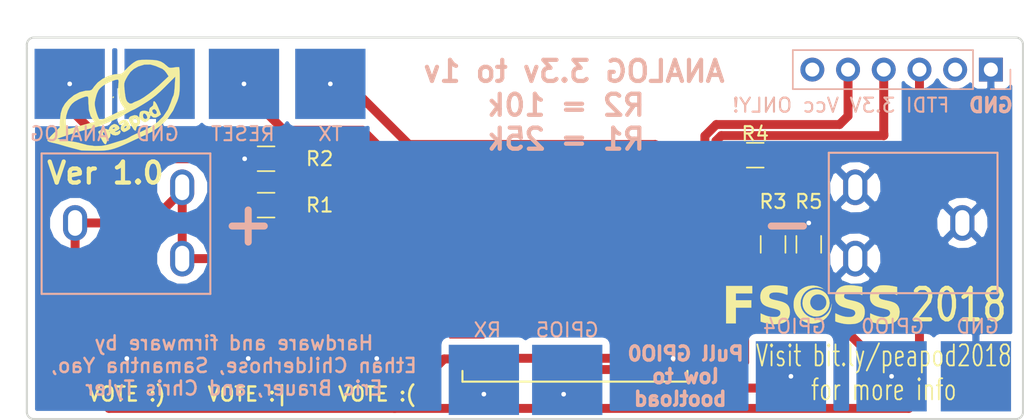
<source format=kicad_pcb>
(kicad_pcb (version 20171130) (host pcbnew 5.0.0-rc2-dev-unknown-r12647-81843c37)

  (general
    (thickness 1.6002)
    (drawings 19)
    (tracks 139)
    (zones 0)
    (modules 20)
    (nets 18)
  )

  (page A4)
  (layers
    (0 F.Cu signal)
    (31 B.Cu signal)
    (32 B.Adhes user)
    (33 F.Adhes user)
    (34 B.Paste user)
    (35 F.Paste user)
    (36 B.SilkS user)
    (37 F.SilkS user)
    (38 B.Mask user)
    (39 F.Mask user)
    (40 Dwgs.User user)
    (41 Cmts.User user)
    (42 Eco1.User user)
    (43 Eco2.User user)
    (44 Edge.Cuts user)
    (45 Margin user)
    (46 B.CrtYd user)
    (47 F.CrtYd user)
    (48 B.Fab user)
    (49 F.Fab user)
  )

  (setup
    (last_trace_width 0.1524)
    (user_trace_width 0.381)
    (user_trace_width 0.635)
    (user_trace_width 1.27)
    (trace_clearance 0.1524)
    (zone_clearance 0.508)
    (zone_45_only yes)
    (trace_min 0.1524)
    (segment_width 0.2)
    (edge_width 0.15)
    (via_size 0.6858)
    (via_drill 0.3302)
    (via_min_size 0.6858)
    (via_min_drill 0.3302)
    (user_via 0.6858 0.381)
    (user_via 1.143 0.635)
    (user_via 2.286 1.27)
    (uvia_size 0.762)
    (uvia_drill 0.508)
    (uvias_allowed no)
    (uvia_min_size 0)
    (uvia_min_drill 0)
    (pcb_text_width 0.3)
    (pcb_text_size 1.5 1.5)
    (mod_edge_width 0.15)
    (mod_text_size 1 1)
    (mod_text_width 0.15)
    (pad_size 2.54 2.54)
    (pad_drill 1.8288)
    (pad_to_mask_clearance 0.2)
    (aux_axis_origin 0 0)
    (visible_elements 7FFFFFFF)
    (pcbplotparams
      (layerselection 0x010f8_ffffffff)
      (usegerberextensions true)
      (usegerberattributes false)
      (usegerberadvancedattributes false)
      (creategerberjobfile false)
      (excludeedgelayer true)
      (linewidth 0.100000)
      (plotframeref false)
      (viasonmask false)
      (mode 1)
      (useauxorigin false)
      (hpglpennumber 1)
      (hpglpenspeed 20)
      (hpglpendiameter 15)
      (psnegative false)
      (psa4output false)
      (plotreference true)
      (plotvalue true)
      (plotinvisibletext false)
      (padsonsilk false)
      (subtractmaskfromsilk false)
      (outputformat 1)
      (mirror false)
      (drillshape 0)
      (scaleselection 1)
      (outputdirectory gerbers2/))
  )

  (net 0 "")
  (net 1 +3V3)
  (net 2 GND)
  (net 3 "Net-(BTN1-Pad2)")
  (net 4 "Net-(BTN2-Pad2)")
  (net 5 "Net-(BTN3-Pad2)")
  (net 6 "Net-(J1-Pad1)")
  (net 7 "Net-(J2-Pad1)")
  (net 8 "Net-(J3-Pad2)")
  (net 9 "Net-(J3-Pad4)")
  (net 10 "Net-(J3-Pad5)")
  (net 11 "Net-(J3-Pad6)")
  (net 12 "Net-(J5-Pad1)")
  (net 13 "Net-(J6-Pad1)")
  (net 14 "Net-(J7-Pad1)")
  (net 15 "Net-(R1-Pad1)")
  (net 16 "Net-(R3-Pad2)")
  (net 17 "Net-(R5-Pad1)")

  (net_class Default "This is the default net class."
    (clearance 0.1524)
    (trace_width 0.1524)
    (via_dia 0.6858)
    (via_drill 0.3302)
    (uvia_dia 0.762)
    (uvia_drill 0.508)
    (add_net +3V3)
    (add_net GND)
    (add_net "Net-(BTN1-Pad2)")
    (add_net "Net-(BTN2-Pad2)")
    (add_net "Net-(BTN3-Pad2)")
    (add_net "Net-(J1-Pad1)")
    (add_net "Net-(J2-Pad1)")
    (add_net "Net-(J3-Pad2)")
    (add_net "Net-(J3-Pad4)")
    (add_net "Net-(J3-Pad5)")
    (add_net "Net-(J3-Pad6)")
    (add_net "Net-(J5-Pad1)")
    (add_net "Net-(J6-Pad1)")
    (add_net "Net-(J7-Pad1)")
    (add_net "Net-(R1-Pad1)")
    (add_net "Net-(R3-Pad2)")
    (add_net "Net-(R5-Pad1)")
  )

  (module logo:fsoss_logo4 (layer F.Cu) (tedit 0) (tstamp 599AF2AC)
    (at 208.788 45.085)
    (fp_text reference G*** (at 0 0) (layer F.SilkS) hide
      (effects (font (size 1.524 1.524) (thickness 0.3)))
    )
    (fp_text value LOGO (at 0.75 0) (layer F.SilkS) hide
      (effects (font (size 1.524 1.524) (thickness 0.3)))
    )
    (fp_poly (pts (xy 0.846667 -0.98425) (xy 0.836083 -0.973666) (xy 0.8255 -0.98425) (xy 0.836083 -0.994833)
      (xy 0.846667 -0.98425)) (layer F.SilkS) (width 0.01))
    (fp_poly (pts (xy 0.418042 -0.97149) (xy 0.606877 -0.924655) (xy 0.776863 -0.842421) (xy 0.924656 -0.728778)
      (xy 1.046916 -0.587718) (xy 1.140303 -0.42323) (xy 1.201474 -0.239305) (xy 1.227088 -0.039935)
      (xy 1.227667 -0.004466) (xy 1.207801 0.182693) (xy 1.151263 0.357505) (xy 1.062644 0.516437)
      (xy 0.946532 0.655957) (xy 0.807517 0.772532) (xy 0.650189 0.86263) (xy 0.479137 0.922717)
      (xy 0.298952 0.949262) (xy 0.114222 0.938731) (xy 0.026766 0.91987) (xy -0.163696 0.848197)
      (xy -0.330412 0.744293) (xy -0.470214 0.612205) (xy -0.579934 0.455981) (xy -0.656405 0.27967)
      (xy -0.696459 0.08732) (xy -0.70183 -0.011274) (xy -0.697498 -0.057463) (xy -0.160569 -0.057463)
      (xy -0.149173 0.048071) (xy -0.09921 0.195326) (xy -0.01889 0.318856) (xy 0.085952 0.415885)
      (xy 0.209483 0.483639) (xy 0.345871 0.51934) (xy 0.489281 0.520214) (xy 0.633881 0.483485)
      (xy 0.700634 0.452422) (xy 0.82381 0.364032) (xy 0.915883 0.252644) (xy 0.975988 0.124888)
      (xy 1.003264 -0.012611) (xy 0.996847 -0.153223) (xy 0.955874 -0.290323) (xy 0.879481 -0.417281)
      (xy 0.822098 -0.480344) (xy 0.703997 -0.566438) (xy 0.571668 -0.6178) (xy 0.43232 -0.635576)
      (xy 0.29316 -0.620909) (xy 0.161397 -0.574945) (xy 0.044239 -0.498829) (xy -0.051106 -0.393704)
      (xy -0.085501 -0.33622) (xy -0.142307 -0.193643) (xy -0.160569 -0.057463) (xy -0.697498 -0.057463)
      (xy -0.683245 -0.209405) (xy -0.627933 -0.392249) (xy -0.539777 -0.556475) (xy -0.422658 -0.698755)
      (xy -0.28046 -0.815761) (xy -0.117063 -0.904163) (xy 0.063649 -0.960634) (xy 0.257796 -0.981843)
      (xy 0.418042 -0.97149)) (layer F.SilkS) (width 0.01))
    (fp_poly (pts (xy -4.275667 -0.6985) (xy -5.439833 -0.6985) (xy -5.439833 -0.211666) (xy -4.339167 -0.211666)
      (xy -4.339167 0.3175) (xy -5.439833 0.3175) (xy -5.439833 1.439334) (xy -6.138333 1.439334)
      (xy -6.138333 -1.227666) (xy -4.275667 -1.227666) (xy -4.275667 -0.6985)) (layer F.SilkS) (width 0.01))
    (fp_poly (pts (xy 0.342796 -1.218665) (xy 0.562441 -1.144219) (xy 0.635 -1.110011) (xy 0.718518 -1.065488)
      (xy 0.765397 -1.035627) (xy 0.775255 -1.021253) (xy 0.747711 -1.023195) (xy 0.682385 -1.042279)
      (xy 0.663212 -1.048754) (xy 0.449135 -1.102007) (xy 0.238522 -1.115774) (xy 0.035379 -1.092275)
      (xy -0.156287 -1.033729) (xy -0.332469 -0.942357) (xy -0.489161 -0.820378) (xy -0.622356 -0.670013)
      (xy -0.728048 -0.49348) (xy -0.802231 -0.292999) (xy -0.817809 -0.228203) (xy -0.840638 -0.024585)
      (xy -0.824454 0.173458) (xy -0.77255 0.361937) (xy -0.688217 0.536859) (xy -0.574746 0.694234)
      (xy -0.43543 0.83007) (xy -0.273559 0.940377) (xy -0.092426 1.021163) (xy 0.104679 1.068438)
      (xy 0.260683 1.0795) (xy 0.469823 1.059249) (xy 0.667324 1.000901) (xy 0.84882 0.908061)
      (xy 1.009944 0.784335) (xy 1.146333 0.63333) (xy 1.253618 0.458653) (xy 1.327435 0.263908)
      (xy 1.346307 0.182788) (xy 1.375429 0.03175) (xy 1.364279 0.19454) (xy 1.327813 0.430147)
      (xy 1.253077 0.650116) (xy 1.142256 0.851277) (xy 0.997533 1.03046) (xy 0.821095 1.184494)
      (xy 0.615126 1.310211) (xy 0.585189 1.324835) (xy 0.444958 1.379996) (xy 0.289783 1.421988)
      (xy 0.132463 1.448645) (xy -0.014206 1.4578) (xy -0.137426 1.447284) (xy -0.137583 1.447253)
      (xy -0.181815 1.438571) (xy -0.249415 1.425332) (xy -0.296333 1.416154) (xy -0.478388 1.361474)
      (xy -0.660344 1.270997) (xy -0.832485 1.150152) (xy -0.930594 1.061791) (xy -1.074946 0.899969)
      (xy -1.183631 0.733436) (xy -1.262919 0.551704) (xy -1.29203 0.457264) (xy -1.320889 0.304837)
      (xy -1.332475 0.132613) (xy -1.327168 -0.044255) (xy -1.30535 -0.210613) (xy -1.27197 -0.338666)
      (xy -1.175945 -0.553508) (xy -1.049115 -0.743112) (xy -0.895745 -0.905751) (xy -0.720104 -1.0397)
      (xy -0.52646 -1.143232) (xy -0.31908 -1.214621) (xy -0.102232 -1.25214) (xy 0.119816 -1.254064)
      (xy 0.342796 -1.218665)) (layer F.SilkS) (width 0.01))
    (fp_poly (pts (xy 5.259518 -1.275566) (xy 5.483963 -1.25552) (xy 5.72035 -1.220517) (xy 5.868458 -1.191748)
      (xy 6.0325 -1.156957) (xy 6.0325 -0.576421) (xy 5.905334 -0.627785) (xy 5.686032 -0.703918)
      (xy 5.474983 -0.749571) (xy 5.25518 -0.768235) (xy 5.217583 -0.768955) (xy 5.10715 -0.768877)
      (xy 5.027505 -0.764797) (xy 4.967178 -0.755217) (xy 4.914697 -0.738637) (xy 4.883493 -0.725296)
      (xy 4.793966 -0.666593) (xy 4.741802 -0.590772) (xy 4.728507 -0.500791) (xy 4.739413 -0.442562)
      (xy 4.76122 -0.392178) (xy 4.796918 -0.349753) (xy 4.851457 -0.313052) (xy 4.929783 -0.279838)
      (xy 5.036848 -0.247872) (xy 5.177599 -0.21492) (xy 5.297441 -0.19034) (xy 5.470777 -0.151736)
      (xy 5.629033 -0.108008) (xy 5.764079 -0.061742) (xy 5.867784 -0.015525) (xy 5.894024 -0.000551)
      (xy 6.022446 0.10124) (xy 6.117127 0.227435) (xy 6.178512 0.37893) (xy 6.207044 0.556619)
      (xy 6.209359 0.63503) (xy 6.191733 0.835781) (xy 6.140586 1.011089) (xy 6.056481 1.160217)
      (xy 5.93998 1.28243) (xy 5.791646 1.376994) (xy 5.612042 1.443172) (xy 5.586166 1.449714)
      (xy 5.477554 1.468896) (xy 5.3406 1.482836) (xy 5.189034 1.49101) (xy 5.036583 1.492892)
      (xy 4.896977 1.487954) (xy 4.809145 1.479484) (xy 4.699611 1.461388) (xy 4.573702 1.435415)
      (xy 4.444214 1.404706) (xy 4.323945 1.3724) (xy 4.225693 1.341638) (xy 4.185708 1.326527)
      (xy 4.106333 1.293327) (xy 4.106333 1.006497) (xy 4.107109 0.901834) (xy 4.109235 0.814277)
      (xy 4.112412 0.751521) (xy 4.116339 0.721266) (xy 4.11752 0.719667) (xy 4.14081 0.728479)
      (xy 4.190556 0.751476) (xy 4.249812 0.780602) (xy 4.412955 0.85185) (xy 4.593501 0.912404)
      (xy 4.77771 0.958694) (xy 4.951844 0.98715) (xy 5.073666 0.994674) (xy 5.219462 0.982734)
      (xy 5.341933 0.948366) (xy 5.437655 0.894587) (xy 5.503204 0.824416) (xy 5.535153 0.740873)
      (xy 5.53008 0.646975) (xy 5.51594 0.604829) (xy 5.475601 0.542006) (xy 5.420007 0.490835)
      (xy 5.415999 0.488306) (xy 5.372741 0.469522) (xy 5.296645 0.444065) (xy 5.196192 0.414471)
      (xy 5.079865 0.383275) (xy 4.990827 0.361195) (xy 4.811415 0.315963) (xy 4.667166 0.273689)
      (xy 4.551322 0.231432) (xy 4.457128 0.186249) (xy 4.377824 0.135199) (xy 4.306655 0.075339)
      (xy 4.284192 0.053539) (xy 4.200042 -0.045891) (xy 4.143588 -0.152569) (xy 4.111327 -0.276348)
      (xy 4.099756 -0.427086) (xy 4.099646 -0.465666) (xy 4.118593 -0.656866) (xy 4.172148 -0.823714)
      (xy 4.260164 -0.966025) (xy 4.382491 -1.083616) (xy 4.538982 -1.176303) (xy 4.725783 -1.242914)
      (xy 4.873633 -1.269567) (xy 5.05381 -1.28035) (xy 5.259518 -1.275566)) (layer F.SilkS) (width 0.01))
    (fp_poly (pts (xy 2.783018 -1.275566) (xy 3.007463 -1.25552) (xy 3.24385 -1.220517) (xy 3.391958 -1.191748)
      (xy 3.556 -1.156957) (xy 3.556 -0.576421) (xy 3.428834 -0.627785) (xy 3.206477 -0.704716)
      (xy 2.991591 -0.750619) (xy 2.767161 -0.768999) (xy 2.741083 -0.769492) (xy 2.634419 -0.76995)
      (xy 2.558625 -0.766859) (xy 2.50228 -0.758538) (xy 2.453963 -0.743306) (xy 2.402619 -0.719666)
      (xy 2.331488 -0.677329) (xy 2.288784 -0.631763) (xy 2.267804 -0.588289) (xy 2.251643 -0.520521)
      (xy 2.251411 -0.459652) (xy 2.252582 -0.454194) (xy 2.27369 -0.401458) (xy 2.311298 -0.356475)
      (xy 2.369987 -0.317129) (xy 2.45434 -0.281307) (xy 2.568937 -0.246893) (xy 2.718361 -0.211773)
      (xy 2.82575 -0.189658) (xy 3.055751 -0.136078) (xy 3.246838 -0.073631) (xy 3.401809 -0.000678)
      (xy 3.523461 0.08442) (xy 3.614594 0.183302) (xy 3.678005 0.297608) (xy 3.68422 0.313324)
      (xy 3.717633 0.443953) (xy 3.730994 0.596996) (xy 3.72429 0.757578) (xy 3.69751 0.910823)
      (xy 3.684742 0.955746) (xy 3.615455 1.106908) (xy 3.511466 1.23613) (xy 3.375565 1.341127)
      (xy 3.210544 1.419613) (xy 3.069167 1.459744) (xy 2.966013 1.475512) (xy 2.834686 1.486513)
      (xy 2.689116 1.492376) (xy 2.543234 1.492727) (xy 2.410971 1.487193) (xy 2.332645 1.479444)
      (xy 2.223134 1.461372) (xy 2.097221 1.435413) (xy 1.967713 1.404706) (xy 1.847417 1.372395)
      (xy 1.749137 1.341619) (xy 1.709208 1.326527) (xy 1.629833 1.293327) (xy 1.629833 1.006497)
      (xy 1.630609 0.901834) (xy 1.632735 0.814277) (xy 1.635912 0.751521) (xy 1.639839 0.721266)
      (xy 1.64102 0.719667) (xy 1.664319 0.728464) (xy 1.714083 0.75142) (xy 1.773312 0.780471)
      (xy 1.953798 0.859218) (xy 2.144431 0.921264) (xy 2.335511 0.964655) (xy 2.517336 0.98744)
      (xy 2.680204 0.987666) (xy 2.754996 0.978068) (xy 2.867723 0.948963) (xy 2.948399 0.906552)
      (xy 3.006721 0.844555) (xy 3.034028 0.79734) (xy 3.057502 0.741722) (xy 3.061145 0.695635)
      (xy 3.046432 0.635761) (xy 3.044612 0.630006) (xy 3.023602 0.578503) (xy 2.99322 0.535924)
      (xy 2.948051 0.499512) (xy 2.882678 0.466514) (xy 2.791685 0.434173) (xy 2.669656 0.399734)
      (xy 2.517906 0.362052) (xy 2.338187 0.316791) (xy 2.193657 0.274593) (xy 2.077599 0.232542)
      (xy 1.983295 0.187717) (xy 1.904026 0.137201) (xy 1.833074 0.078075) (xy 1.807692 0.053539)
      (xy 1.722677 -0.046907) (xy 1.665772 -0.1545) (xy 1.633435 -0.279145) (xy 1.622126 -0.430746)
      (xy 1.62208 -0.465666) (xy 1.641248 -0.65668) (xy 1.695152 -0.823542) (xy 1.783577 -0.965985)
      (xy 1.906305 -1.083741) (xy 2.063122 -1.176541) (xy 2.249283 -1.242914) (xy 2.397133 -1.269567)
      (xy 2.57731 -1.28035) (xy 2.783018 -1.275566)) (layer F.SilkS) (width 0.01))
    (fp_poly (pts (xy -2.438899 -1.266443) (xy -2.243491 -1.246749) (xy -2.053095 -1.21784) (xy -1.876838 -1.180254)
      (xy -1.830917 -1.168153) (xy -1.767417 -1.150597) (xy -1.761511 -0.871632) (xy -1.759258 -0.752294)
      (xy -1.760482 -0.670231) (xy -1.768283 -0.620384) (xy -1.785764 -0.597697) (xy -1.816025 -0.597111)
      (xy -1.862169 -0.613568) (xy -1.907601 -0.633411) (xy -2.105699 -0.702959) (xy -2.325239 -0.749313)
      (xy -2.550344 -0.769264) (xy -2.582333 -0.769774) (xy -2.747844 -0.763771) (xy -2.875997 -0.742504)
      (xy -2.969446 -0.704542) (xy -3.030842 -0.648451) (xy -3.06284 -0.5728) (xy -3.069167 -0.506995)
      (xy -3.06488 -0.439292) (xy -3.046723 -0.394452) (xy -3.006754 -0.353422) (xy -3.004259 -0.351313)
      (xy -2.969456 -0.325757) (xy -2.926499 -0.30291) (xy -2.869409 -0.280906) (xy -2.792201 -0.257878)
      (xy -2.688894 -0.231959) (xy -2.553505 -0.201283) (xy -2.455333 -0.18002) (xy -2.236611 -0.126276)
      (xy -2.056475 -0.065713) (xy -1.911376 0.004409) (xy -1.797764 0.086834) (xy -1.712089 0.184301)
      (xy -1.6508 0.299553) (xy -1.610349 0.435331) (xy -1.602003 0.478971) (xy -1.59125 0.638633)
      (xy -1.607971 0.809463) (xy -1.649667 0.972734) (xy -1.677042 1.04123) (xy -1.760589 1.179081)
      (xy -1.874224 1.291205) (xy -2.020235 1.379338) (xy -2.200908 1.445219) (xy -2.213069 1.448548)
      (xy -2.291525 1.463687) (xy -2.399767 1.476655) (xy -2.525274 1.486715) (xy -2.655523 1.493132)
      (xy -2.777991 1.495172) (xy -2.880157 1.492097) (xy -2.910417 1.489504) (xy -3.057766 1.468635)
      (xy -3.222621 1.43741) (xy -3.384649 1.400069) (xy -3.516291 1.363155) (xy -3.683 1.310492)
      (xy -3.683 0.722421) (xy -3.527433 0.794298) (xy -3.32062 0.880303) (xy -3.129438 0.938094)
      (xy -2.941032 0.970773) (xy -2.751667 0.981392) (xy -2.641552 0.981224) (xy -2.563319 0.977857)
      (xy -2.506555 0.969866) (xy -2.460845 0.955829) (xy -2.418728 0.935888) (xy -2.330735 0.870219)
      (xy -2.280951 0.786817) (xy -2.269872 0.686587) (xy -2.271785 0.668597) (xy -2.283433 0.612942)
      (xy -2.305062 0.566216) (xy -2.341207 0.52603) (xy -2.396402 0.489991) (xy -2.475182 0.455708)
      (xy -2.582081 0.42079) (xy -2.721634 0.382845) (xy -2.893804 0.340572) (xy -3.110344 0.281103)
      (xy -3.287857 0.213847) (xy -3.42935 0.136028) (xy -3.537831 0.044868) (xy -3.616308 -0.062413)
      (xy -3.667791 -0.188591) (xy -3.695286 -0.336445) (xy -3.700337 -0.404247) (xy -3.693103 -0.603105)
      (xy -3.65132 -0.777507) (xy -3.57513 -0.927259) (xy -3.464675 -1.052165) (xy -3.320099 -1.152029)
      (xy -3.141545 -1.226657) (xy -3.088107 -1.242298) (xy -2.963923 -1.264848) (xy -2.808243 -1.276031)
      (xy -2.630192 -1.276382) (xy -2.438899 -1.266443)) (layer F.SilkS) (width 0.01))
  )

  (module mod:BatteryMount (layer F.Cu) (tedit 59A9A27A) (tstamp 5994A115)
    (at 187.96 39.37 90)
    (path /599321E0)
    (fp_text reference BT1 (at -0.635 10.033 90) (layer F.SilkS) hide
      (effects (font (size 1 1) (thickness 0.15)))
    )
    (fp_text value Battery_Cell (at 0 5.6 90) (layer F.Fab)
      (effects (font (size 1 1) (thickness 0.15)))
    )
    (fp_line (start -5 22) (end -5 34) (layer B.SilkS) (width 0.15))
    (fp_line (start -5 34) (end 5 34) (layer B.SilkS) (width 0.15))
    (fp_line (start 5 34) (end 5 22) (layer B.SilkS) (width 0.15))
    (fp_line (start -5 22) (end 5 22) (layer B.SilkS) (width 0.15))
    (fp_line (start 4.95 -22) (end 4.95 -34) (layer B.SilkS) (width 0.15))
    (fp_line (start 4.95 -34) (end -5.05 -34) (layer B.SilkS) (width 0.15))
    (fp_line (start -5.05 -34) (end -5.05 -22) (layer B.SilkS) (width 0.15))
    (fp_line (start 4.95 -22) (end -5.05 -22) (layer B.SilkS) (width 0.15))
    (pad 1 thru_hole oval (at 0 -31.62 90) (size 2.54 1.7112) (drill oval 1.8288 1) (layers *.Cu *.Mask)
      (net 1 +3V3))
    (pad 1 thru_hole oval (at -2.54 -24 90) (size 2.54 1.7112) (drill oval 1.8288 1) (layers *.Cu *.Mask)
      (net 1 +3V3))
    (pad 1 thru_hole oval (at 2.54 -24 90) (size 2.54 1.7112) (drill oval 1.8288 1) (layers *.Cu *.Mask)
      (net 1 +3V3))
    (pad 2 thru_hole oval (at 0 31.5 90) (size 2.54 1.7112) (drill oval 1.8288 1) (layers *.Cu *.Mask)
      (net 2 GND))
    (pad 2 thru_hole oval (at 2.54 23.88 90) (size 2.54 1.7112) (drill oval 1.8288 1) (layers *.Cu *.Mask)
      (net 2 GND))
    (pad 2 thru_hole oval (at -2.54 23.88 90) (size 2.54 1.7112) (drill oval 1.8288 1) (layers *.Cu *.Mask)
      (net 2 GND))
  )

  (module mod:ESP-12E_SMD (layer F.Cu) (tedit 59A970BF) (tstamp 5994A1E3)
    (at 184.912 35.052)
    (descr "Module, ESP-8266, ESP-12, 16 pad, SMD")
    (tags "Module ESP-8266 ESP8266")
    (path /59932095)
    (fp_text reference U1 (at 8.89 6.35 90) (layer F.SilkS) hide
      (effects (font (size 1 1) (thickness 0.15)))
    )
    (fp_text value ESP8266 (at 5.08 6.35 90) (layer F.Fab) hide
      (effects (font (size 1 1) (thickness 0.15)))
    )
    (fp_line (start -2.25 -0.5) (end -2.25 -8.75) (layer F.CrtYd) (width 0.05))
    (fp_line (start -2.25 -8.75) (end 15.25 -8.75) (layer F.CrtYd) (width 0.05))
    (fp_line (start 15.25 -8.75) (end 16.25 -8.75) (layer F.CrtYd) (width 0.05))
    (fp_line (start 16.25 -8.75) (end 16.25 16) (layer F.CrtYd) (width 0.05))
    (fp_line (start 16.25 16) (end -2.25 16) (layer F.CrtYd) (width 0.05))
    (fp_line (start -2.25 16) (end -2.25 -0.5) (layer F.CrtYd) (width 0.05))
    (fp_line (start -1.016 -8.382) (end 14.986 -8.382) (layer F.CrtYd) (width 0.1524))
    (fp_line (start 14.986 -8.382) (end 14.986 -0.889) (layer F.CrtYd) (width 0.1524))
    (fp_line (start -1.016 -8.382) (end -1.016 -1.016) (layer F.CrtYd) (width 0.1524))
    (fp_line (start -1.016 14.859) (end -1.016 15.621) (layer F.SilkS) (width 0.1524))
    (fp_line (start -1.016 15.621) (end 14.986 15.621) (layer F.SilkS) (width 0.1524))
    (fp_line (start 14.986 15.621) (end 14.986 14.859) (layer F.SilkS) (width 0.1524))
    (fp_line (start 14.992 -8.4) (end -1.008 -2.6) (layer F.CrtYd) (width 0.1524))
    (fp_line (start -1.008 -8.4) (end 14.992 -2.6) (layer F.CrtYd) (width 0.1524))
    (fp_text user "No Copper" (at 6.892 -5.4) (layer F.CrtYd)
      (effects (font (size 1 1) (thickness 0.15)))
    )
    (fp_line (start -1.008 -2.6) (end 14.992 -2.6) (layer F.CrtYd) (width 0.1524))
    (fp_line (start 15 -8.4) (end 15 15.6) (layer F.Fab) (width 0.05))
    (fp_line (start 14.992 15.6) (end -1.008 15.6) (layer F.Fab) (width 0.05))
    (fp_line (start -1.008 15.6) (end -1.008 -8.4) (layer F.Fab) (width 0.05))
    (fp_line (start -1.008 -8.4) (end 14.992 -8.4) (layer F.Fab) (width 0.05))
    (pad 1 smd rect (at 0 0) (size 2.5 1.1) (drill (offset -0.7 0)) (layers F.Cu F.Paste F.Mask)
      (net 7 "Net-(J2-Pad1)"))
    (pad 2 smd rect (at 0 2) (size 2.5 1.1) (drill (offset -0.7 0)) (layers F.Cu F.Paste F.Mask)
      (net 15 "Net-(R1-Pad1)"))
    (pad 3 smd rect (at 0 4) (size 2.5 1.1) (drill (offset -0.7 0)) (layers F.Cu F.Paste F.Mask)
      (net 1 +3V3))
    (pad 4 smd rect (at 0 6) (size 2.5 1.1) (drill (offset -0.7 0)) (layers F.Cu F.Paste F.Mask)
      (net 7 "Net-(J2-Pad1)"))
    (pad 5 smd rect (at 0 8) (size 2.5 1.1) (drill (offset -0.7 0)) (layers F.Cu F.Paste F.Mask)
      (net 4 "Net-(BTN2-Pad2)"))
    (pad 6 smd rect (at 0 10) (size 2.5 1.1) (drill (offset -0.7 0)) (layers F.Cu F.Paste F.Mask)
      (net 3 "Net-(BTN1-Pad2)"))
    (pad 7 smd rect (at 0 12) (size 2.5 1.1) (drill (offset -0.7 0)) (layers F.Cu F.Paste F.Mask)
      (net 5 "Net-(BTN3-Pad2)"))
    (pad 8 smd rect (at 0 14) (size 2.5 1.1) (drill (offset -0.7 0)) (layers F.Cu F.Paste F.Mask)
      (net 1 +3V3))
    (pad 9 smd rect (at 14 14) (size 2.5 1.1) (drill (offset 0.7 0)) (layers F.Cu F.Paste F.Mask)
      (net 2 GND))
    (pad 10 smd rect (at 14 12) (size 2.5 1.1) (drill (offset 0.7 0)) (layers F.Cu F.Paste F.Mask)
      (net 17 "Net-(R5-Pad1)"))
    (pad 11 smd rect (at 14 10) (size 2.5 1.1) (drill (offset 0.7 0)) (layers F.Cu F.Paste F.Mask)
      (net 16 "Net-(R3-Pad2)"))
    (pad 12 smd rect (at 14 8) (size 2.5 1.1) (drill (offset 0.7 0)) (layers F.Cu F.Paste F.Mask)
      (net 14 "Net-(J7-Pad1)"))
    (pad 13 smd rect (at 14 6) (size 2.5 1.1) (drill (offset 0.7 0)) (layers F.Cu F.Paste F.Mask)
      (net 13 "Net-(J6-Pad1)"))
    (pad 14 smd rect (at 14 4) (size 2.5 1.1) (drill (offset 0.7 0)) (layers F.Cu F.Paste F.Mask)
      (net 12 "Net-(J5-Pad1)"))
    (pad 15 smd rect (at 14 2) (size 2.5 1.1) (drill (offset 0.7 0)) (layers F.Cu F.Paste F.Mask)
      (net 9 "Net-(J3-Pad4)"))
    (pad 16 smd rect (at 14 0) (size 2.5 1.1) (drill (offset 0.7 0)) (layers F.Cu F.Paste F.Mask)
      (net 10 "Net-(J3-Pad5)"))
    (model ${ESPLIB}/ESP8266.3dshapes/ESP-12.wrl
      (at (xyz 0 0 0))
      (scale (xyz 0.3937 0.3937 0.3937))
      (rotate (xyz 0 0 0))
    )
  )

  (module "mod:Bridge Pad" (layer F.Cu) (tedit 599B00D9) (tstamp 5994A160)
    (at 217.424 50.292 180)
    (path /5993514F)
    (fp_text reference "GND   GPIO0" (at 0.254 3.556 180) (layer B.SilkS)
      (effects (font (size 1 1) (thickness 0.15)) (justify mirror))
    )
    (fp_text value CONN_01X02 (at 0 3.31 180) (layer F.Fab)
      (effects (font (size 1 1) (thickness 0.15)))
    )
    (pad 1 smd rect (at 3 0 180) (size 5 5) (layers B.Cu B.Mask)
      (net 14 "Net-(J7-Pad1)"))
    (pad 2 smd rect (at -3 0 180) (size 5 5) (layers B.Cu B.Mask)
      (net 2 GND))
  )

  (module "mod:Bridge Pad" (layer F.Cu) (tedit 599AF365) (tstamp 5994A138)
    (at 165.354 29.464)
    (path /5993627D)
    (fp_text reference "RESET   GND" (at 0.254 3.556) (layer B.SilkS)
      (effects (font (size 1 1) (thickness 0.15)) (justify mirror))
    )
    (fp_text value CONN_01X02 (at 0 -1.524) (layer F.Fab)
      (effects (font (size 1 1) (thickness 0.15)))
    )
    (pad 1 smd rect (at 3 0) (size 5 5) (layers B.Cu B.Mask)
      (net 7 "Net-(J2-Pad1)"))
    (pad 2 smd rect (at -3 0) (size 5 5) (layers B.Cu B.Mask)
      (net 2 GND))
  )

  (module mod:Pushbutton (layer F.Cu) (tedit 599AF730) (tstamp 5994A11D)
    (at 168.656 47.244 180)
    (path /5994A192)
    (fp_text reference "VOTE :|" (at 0 -4.318 180) (layer F.SilkS)
      (effects (font (size 1 1) (thickness 0.1778)))
    )
    (fp_text value Pushbutton (at 0 -0.5 180) (layer F.Fab)
      (effects (font (size 1 1) (thickness 0.15)))
    )
    (pad 1 smd rect (at -2.225 -1.75 180) (size 1.5 1.5) (layers F.Cu F.Paste F.Mask)
      (net 2 GND))
    (pad 1 smd rect (at 2.225 -1.75 180) (size 1.5 1.5) (layers F.Cu F.Paste F.Mask)
      (net 2 GND))
    (pad 2 smd rect (at -2.225 1.75 180) (size 1.5 1.5) (layers F.Cu F.Paste F.Mask)
      (net 3 "Net-(BTN1-Pad2)"))
    (pad 2 smd rect (at 2.225 1.75 180) (size 1.5 1.5) (layers F.Cu F.Paste F.Mask)
      (net 3 "Net-(BTN1-Pad2)"))
  )

  (module mod:Pushbutton (layer F.Cu) (tedit 599AF724) (tstamp 5994A125)
    (at 160.02 47.244 180)
    (path /5994A123)
    (fp_text reference "VOTE :)" (at 0 -4.318 180) (layer F.SilkS)
      (effects (font (size 1 1) (thickness 0.1778)))
    )
    (fp_text value Pushbutton (at 0 -0.5 180) (layer F.Fab)
      (effects (font (size 1 1) (thickness 0.15)))
    )
    (pad 1 smd rect (at -2.225 -1.75 180) (size 1.5 1.5) (layers F.Cu F.Paste F.Mask)
      (net 2 GND))
    (pad 1 smd rect (at 2.225 -1.75 180) (size 1.5 1.5) (layers F.Cu F.Paste F.Mask)
      (net 2 GND))
    (pad 2 smd rect (at -2.225 1.75 180) (size 1.5 1.5) (layers F.Cu F.Paste F.Mask)
      (net 4 "Net-(BTN2-Pad2)"))
    (pad 2 smd rect (at 2.225 1.75 180) (size 1.5 1.5) (layers F.Cu F.Paste F.Mask)
      (net 4 "Net-(BTN2-Pad2)"))
  )

  (module mod:Pushbutton (layer F.Cu) (tedit 599AF73B) (tstamp 5994A12D)
    (at 177.8 47.244 180)
    (path /5994A1EB)
    (fp_text reference "VOTE :(" (at 0 -4.318 180) (layer F.SilkS)
      (effects (font (size 1 1) (thickness 0.1778)))
    )
    (fp_text value Pushbutton (at 0 -0.5 180) (layer F.Fab)
      (effects (font (size 1 1) (thickness 0.15)))
    )
    (pad 1 smd rect (at -2.225 -1.75 180) (size 1.5 1.5) (layers F.Cu F.Paste F.Mask)
      (net 2 GND))
    (pad 1 smd rect (at 2.225 -1.75 180) (size 1.5 1.5) (layers F.Cu F.Paste F.Mask)
      (net 2 GND))
    (pad 2 smd rect (at -2.225 1.75 180) (size 1.5 1.5) (layers F.Cu F.Paste F.Mask)
      (net 5 "Net-(BTN3-Pad2)"))
    (pad 2 smd rect (at 2.225 1.75 180) (size 1.5 1.5) (layers F.Cu F.Paste F.Mask)
      (net 5 "Net-(BTN3-Pad2)"))
  )

  (module "mod:Alligator Pad" (layer F.Cu) (tedit 599AF2B0) (tstamp 5994A132)
    (at 155.956 29.464)
    (path /59933CDE)
    (fp_text reference ANALOG (at 0 3.556) (layer B.SilkS)
      (effects (font (size 1 1) (thickness 0.15)) (justify mirror))
    )
    (fp_text value CONN_01X01 (at 0 -1.524) (layer F.Fab)
      (effects (font (size 1 1) (thickness 0.15)))
    )
    (pad 1 smd rect (at 0 0) (size 5 5) (layers B.Cu B.Mask)
      (net 6 "Net-(J1-Pad1)"))
  )

  (module Pin_Headers:Pin_Header_Straight_1x06_Pitch2.54mm (layer B.Cu) (tedit 5B0C424D) (tstamp 5994A150)
    (at 221.488 28.448 90)
    (descr "Through hole straight pin header, 1x06, 2.54mm pitch, single row")
    (tags "Through hole pin header THT 1x06 2.54mm single row")
    (path /59947FD8)
    (fp_text reference "FTDI 3.3V Vcc ONLY!" (at -2.54 -10.668 180) (layer B.SilkS)
      (effects (font (size 1 1) (thickness 0.15)) (justify mirror))
    )
    (fp_text value CONN_01X06 (at 0 -15.09 90) (layer B.Fab)
      (effects (font (size 1 1) (thickness 0.15)) (justify mirror))
    )
    (fp_line (start -1.27 1.27) (end -1.27 -13.97) (layer B.Fab) (width 0.1))
    (fp_line (start -1.27 -13.97) (end 1.27 -13.97) (layer B.Fab) (width 0.1))
    (fp_line (start 1.27 -13.97) (end 1.27 1.27) (layer B.Fab) (width 0.1))
    (fp_line (start 1.27 1.27) (end -1.27 1.27) (layer B.Fab) (width 0.1))
    (fp_line (start -1.39 -1.27) (end -1.39 -14.09) (layer B.SilkS) (width 0.12))
    (fp_line (start -1.39 -14.09) (end 1.39 -14.09) (layer B.SilkS) (width 0.12))
    (fp_line (start 1.39 -14.09) (end 1.39 -1.27) (layer B.SilkS) (width 0.12))
    (fp_line (start 1.39 -1.27) (end -1.39 -1.27) (layer B.SilkS) (width 0.12))
    (fp_line (start -1.39 0) (end -1.39 1.39) (layer B.SilkS) (width 0.12))
    (fp_line (start -1.39 1.39) (end 0 1.39) (layer B.SilkS) (width 0.12))
    (fp_line (start -1.6 1.6) (end -1.6 -14.3) (layer B.CrtYd) (width 0.05))
    (fp_line (start -1.6 -14.3) (end 1.6 -14.3) (layer B.CrtYd) (width 0.05))
    (fp_line (start 1.6 -14.3) (end 1.6 1.6) (layer B.CrtYd) (width 0.05))
    (fp_line (start 1.6 1.6) (end -1.6 1.6) (layer B.CrtYd) (width 0.05))
    (pad 1 thru_hole rect (at 0 0 90) (size 1.7 1.7) (drill 1) (layers *.Cu *.Mask)
      (net 2 GND))
    (pad 2 thru_hole oval (at 0 -2.54 90) (size 1.7 1.7) (drill 1) (layers *.Cu *.Mask)
      (net 8 "Net-(J3-Pad2)"))
    (pad 3 thru_hole oval (at 0 -5.08 90) (size 1.7 1.7) (drill 1) (layers *.Cu *.Mask)
      (net 1 +3V3))
    (pad 4 thru_hole oval (at 0 -7.62 90) (size 1.7 1.7) (drill 1) (layers *.Cu *.Mask)
      (net 9 "Net-(J3-Pad4)"))
    (pad 5 thru_hole oval (at 0 -10.16 90) (size 1.7 1.7) (drill 1) (layers *.Cu *.Mask)
      (net 10 "Net-(J3-Pad5)"))
    (pad 6 thru_hole oval (at 0 -12.7 90) (size 1.7 1.7) (drill 1) (layers *.Cu *.Mask)
      (net 11 "Net-(J3-Pad6)"))
    (model Pin_Headers.3dshapes/Pin_Header_Straight_1x06_Pitch2.54mm.wrl
      (offset (xyz 0 -6.349999904632568 0))
      (scale (xyz 1 1 1))
      (rotate (xyz 0 0 90))
    )
  )

  (module "mod:Alligator Pad" (layer F.Cu) (tedit 599AF2E7) (tstamp 5994A155)
    (at 191.35 50.55)
    (path /59933C1C)
    (fp_text reference GPIO5 (at 0 -3.556) (layer B.SilkS)
      (effects (font (size 1 1) (thickness 0.15)) (justify mirror))
    )
    (fp_text value CONN_01X01 (at 0 -0.5) (layer F.Fab)
      (effects (font (size 1 1) (thickness 0.15)))
    )
    (pad 1 smd rect (at 0 0) (size 5 5) (layers B.Cu B.Mask)
      (net 12 "Net-(J5-Pad1)"))
  )

  (module "mod:Alligator Pad" (layer F.Cu) (tedit 599AF2ED) (tstamp 5994A15A)
    (at 207.264 50.292)
    (path /59933C73)
    (fp_text reference GPIO4 (at 0.254 -3.556) (layer B.SilkS)
      (effects (font (size 1 1) (thickness 0.15)) (justify mirror))
    )
    (fp_text value CONN_01X01 (at 0 -0.5) (layer F.Fab)
      (effects (font (size 1 1) (thickness 0.15)))
    )
    (pad 1 smd rect (at 0 0) (size 5 5) (layers B.Cu B.Mask)
      (net 13 "Net-(J6-Pad1)"))
  )

  (module Resistors_SMD:R_0805_HandSoldering (layer F.Cu) (tedit 59A96FDD) (tstamp 5994A171)
    (at 169.926 38.1 180)
    (descr "Resistor SMD 0805, hand soldering")
    (tags "resistor 0805")
    (path /59934609)
    (attr smd)
    (fp_text reference R1 (at -3.81 0 180) (layer F.SilkS)
      (effects (font (size 1 1) (thickness 0.15)))
    )
    (fp_text value 25k (at 0 -1.778 180) (layer F.Fab)
      (effects (font (size 1 1) (thickness 0.15)))
    )
    (fp_text user %R (at -3.81 0 180) (layer F.Fab)
      (effects (font (size 1 1) (thickness 0.15)))
    )
    (fp_line (start -1 0.62) (end -1 -0.62) (layer F.Fab) (width 0.1))
    (fp_line (start 1 0.62) (end -1 0.62) (layer F.Fab) (width 0.1))
    (fp_line (start 1 -0.62) (end 1 0.62) (layer F.Fab) (width 0.1))
    (fp_line (start -1 -0.62) (end 1 -0.62) (layer F.Fab) (width 0.1))
    (fp_line (start 0.6 0.88) (end -0.6 0.88) (layer F.SilkS) (width 0.12))
    (fp_line (start -0.6 -0.88) (end 0.6 -0.88) (layer F.SilkS) (width 0.12))
    (fp_line (start -2.35 -0.9) (end 2.35 -0.9) (layer F.CrtYd) (width 0.05))
    (fp_line (start -2.35 -0.9) (end -2.35 0.9) (layer F.CrtYd) (width 0.05))
    (fp_line (start 2.35 0.9) (end 2.35 -0.9) (layer F.CrtYd) (width 0.05))
    (fp_line (start 2.35 0.9) (end -2.35 0.9) (layer F.CrtYd) (width 0.05))
    (pad 1 smd rect (at -1.35 0 180) (size 1.5 1.3) (layers F.Cu F.Paste F.Mask)
      (net 15 "Net-(R1-Pad1)"))
    (pad 2 smd rect (at 1.35 0 180) (size 1.5 1.3) (layers F.Cu F.Paste F.Mask)
      (net 6 "Net-(J1-Pad1)"))
    (model Resistors_SMD.3dshapes/R_0805.wrl
      (at (xyz 0 0 0))
      (scale (xyz 1 1 1))
      (rotate (xyz 0 0 0))
    )
  )

  (module Resistors_SMD:R_0805_HandSoldering (layer F.Cu) (tedit 59A96FD3) (tstamp 5994A182)
    (at 169.926 34.798 180)
    (descr "Resistor SMD 0805, hand soldering")
    (tags "resistor 0805")
    (path /59934849)
    (attr smd)
    (fp_text reference R2 (at -3.81 0 180) (layer F.SilkS)
      (effects (font (size 1 1) (thickness 0.15)))
    )
    (fp_text value 10k (at 0 -1.778 180) (layer F.Fab)
      (effects (font (size 1 1) (thickness 0.15)))
    )
    (fp_text user %R (at -3.81 0 180) (layer F.Fab)
      (effects (font (size 1 1) (thickness 0.15)))
    )
    (fp_line (start -1 0.62) (end -1 -0.62) (layer F.Fab) (width 0.1))
    (fp_line (start 1 0.62) (end -1 0.62) (layer F.Fab) (width 0.1))
    (fp_line (start 1 -0.62) (end 1 0.62) (layer F.Fab) (width 0.1))
    (fp_line (start -1 -0.62) (end 1 -0.62) (layer F.Fab) (width 0.1))
    (fp_line (start 0.6 0.88) (end -0.6 0.88) (layer F.SilkS) (width 0.12))
    (fp_line (start -0.6 -0.88) (end 0.6 -0.88) (layer F.SilkS) (width 0.12))
    (fp_line (start -2.35 -0.9) (end 2.35 -0.9) (layer F.CrtYd) (width 0.05))
    (fp_line (start -2.35 -0.9) (end -2.35 0.9) (layer F.CrtYd) (width 0.05))
    (fp_line (start 2.35 0.9) (end 2.35 -0.9) (layer F.CrtYd) (width 0.05))
    (fp_line (start 2.35 0.9) (end -2.35 0.9) (layer F.CrtYd) (width 0.05))
    (pad 1 smd rect (at -1.35 0 180) (size 1.5 1.3) (layers F.Cu F.Paste F.Mask)
      (net 15 "Net-(R1-Pad1)"))
    (pad 2 smd rect (at 1.35 0 180) (size 1.5 1.3) (layers F.Cu F.Paste F.Mask)
      (net 2 GND))
    (model Resistors_SMD.3dshapes/R_0805.wrl
      (at (xyz 0 0 0))
      (scale (xyz 1 1 1))
      (rotate (xyz 0 0 0))
    )
  )

  (module Resistors_SMD:R_0805_HandSoldering (layer F.Cu) (tedit 5997316E) (tstamp 5994A193)
    (at 205.994 40.894 270)
    (descr "Resistor SMD 0805, hand soldering")
    (tags "resistor 0805")
    (path /59946DA6)
    (attr smd)
    (fp_text reference R3 (at -3.048 0) (layer F.SilkS)
      (effects (font (size 1 1) (thickness 0.15)))
    )
    (fp_text value 10k (at 0 1.75 270) (layer F.Fab)
      (effects (font (size 1 1) (thickness 0.15)))
    )
    (fp_text user %R (at -2.286 -4.064 270) (layer F.Fab)
      (effects (font (size 1 1) (thickness 0.15)))
    )
    (fp_line (start -1 0.62) (end -1 -0.62) (layer F.Fab) (width 0.1))
    (fp_line (start 1 0.62) (end -1 0.62) (layer F.Fab) (width 0.1))
    (fp_line (start 1 -0.62) (end 1 0.62) (layer F.Fab) (width 0.1))
    (fp_line (start -1 -0.62) (end 1 -0.62) (layer F.Fab) (width 0.1))
    (fp_line (start 0.6 0.88) (end -0.6 0.88) (layer F.SilkS) (width 0.12))
    (fp_line (start -0.6 -0.88) (end 0.6 -0.88) (layer F.SilkS) (width 0.12))
    (fp_line (start -2.35 -0.9) (end 2.35 -0.9) (layer F.CrtYd) (width 0.05))
    (fp_line (start -2.35 -0.9) (end -2.35 0.9) (layer F.CrtYd) (width 0.05))
    (fp_line (start 2.35 0.9) (end 2.35 -0.9) (layer F.CrtYd) (width 0.05))
    (fp_line (start 2.35 0.9) (end -2.35 0.9) (layer F.CrtYd) (width 0.05))
    (pad 1 smd rect (at -1.35 0 270) (size 1.5 1.3) (layers F.Cu F.Paste F.Mask)
      (net 1 +3V3))
    (pad 2 smd rect (at 1.35 0 270) (size 1.5 1.3) (layers F.Cu F.Paste F.Mask)
      (net 16 "Net-(R3-Pad2)"))
    (model Resistors_SMD.3dshapes/R_0805.wrl
      (at (xyz 0 0 0))
      (scale (xyz 1 1 1))
      (rotate (xyz 0 0 0))
    )
  )

  (module Resistors_SMD:R_0805_HandSoldering (layer F.Cu) (tedit 59973163) (tstamp 5994A1A4)
    (at 204.724 34.544)
    (descr "Resistor SMD 0805, hand soldering")
    (tags "resistor 0805")
    (path /59935339)
    (attr smd)
    (fp_text reference R4 (at 0 -1.524) (layer F.SilkS)
      (effects (font (size 1 1) (thickness 0.15)))
    )
    (fp_text value 10k (at 0 1.75) (layer F.Fab)
      (effects (font (size 1 1) (thickness 0.15)))
    )
    (fp_text user %R (at 0 -1.7) (layer F.Fab)
      (effects (font (size 1 1) (thickness 0.15)))
    )
    (fp_line (start -1 0.62) (end -1 -0.62) (layer F.Fab) (width 0.1))
    (fp_line (start 1 0.62) (end -1 0.62) (layer F.Fab) (width 0.1))
    (fp_line (start 1 -0.62) (end 1 0.62) (layer F.Fab) (width 0.1))
    (fp_line (start -1 -0.62) (end 1 -0.62) (layer F.Fab) (width 0.1))
    (fp_line (start 0.6 0.88) (end -0.6 0.88) (layer F.SilkS) (width 0.12))
    (fp_line (start -0.6 -0.88) (end 0.6 -0.88) (layer F.SilkS) (width 0.12))
    (fp_line (start -2.35 -0.9) (end 2.35 -0.9) (layer F.CrtYd) (width 0.05))
    (fp_line (start -2.35 -0.9) (end -2.35 0.9) (layer F.CrtYd) (width 0.05))
    (fp_line (start 2.35 0.9) (end 2.35 -0.9) (layer F.CrtYd) (width 0.05))
    (fp_line (start 2.35 0.9) (end -2.35 0.9) (layer F.CrtYd) (width 0.05))
    (pad 1 smd rect (at -1.35 0) (size 1.5 1.3) (layers F.Cu F.Paste F.Mask)
      (net 14 "Net-(J7-Pad1)"))
    (pad 2 smd rect (at 1.35 0) (size 1.5 1.3) (layers F.Cu F.Paste F.Mask)
      (net 1 +3V3))
    (model Resistors_SMD.3dshapes/R_0805.wrl
      (at (xyz 0 0 0))
      (scale (xyz 1 1 1))
      (rotate (xyz 0 0 0))
    )
  )

  (module Resistors_SMD:R_0805_HandSoldering (layer F.Cu) (tedit 59973168) (tstamp 5994A1B5)
    (at 208.534 40.894 90)
    (descr "Resistor SMD 0805, hand soldering")
    (tags "resistor 0805")
    (path /59946FC4)
    (attr smd)
    (fp_text reference R5 (at 3.048 0 180) (layer F.SilkS)
      (effects (font (size 1 1) (thickness 0.15)))
    )
    (fp_text value 10k (at 0 1.75 90) (layer F.Fab)
      (effects (font (size 1 1) (thickness 0.15)))
    )
    (fp_text user %R (at 2.286 -1.524 90) (layer F.Fab)
      (effects (font (size 1 1) (thickness 0.15)))
    )
    (fp_line (start -1 0.62) (end -1 -0.62) (layer F.Fab) (width 0.1))
    (fp_line (start 1 0.62) (end -1 0.62) (layer F.Fab) (width 0.1))
    (fp_line (start 1 -0.62) (end 1 0.62) (layer F.Fab) (width 0.1))
    (fp_line (start -1 -0.62) (end 1 -0.62) (layer F.Fab) (width 0.1))
    (fp_line (start 0.6 0.88) (end -0.6 0.88) (layer F.SilkS) (width 0.12))
    (fp_line (start -0.6 -0.88) (end 0.6 -0.88) (layer F.SilkS) (width 0.12))
    (fp_line (start -2.35 -0.9) (end 2.35 -0.9) (layer F.CrtYd) (width 0.05))
    (fp_line (start -2.35 -0.9) (end -2.35 0.9) (layer F.CrtYd) (width 0.05))
    (fp_line (start 2.35 0.9) (end 2.35 -0.9) (layer F.CrtYd) (width 0.05))
    (fp_line (start 2.35 0.9) (end -2.35 0.9) (layer F.CrtYd) (width 0.05))
    (pad 1 smd rect (at -1.35 0 90) (size 1.5 1.3) (layers F.Cu F.Paste F.Mask)
      (net 17 "Net-(R5-Pad1)"))
    (pad 2 smd rect (at 1.35 0 90) (size 1.5 1.3) (layers F.Cu F.Paste F.Mask)
      (net 2 GND))
    (model Resistors_SMD.3dshapes/R_0805.wrl
      (at (xyz 0 0 0))
      (scale (xyz 1 1 1))
      (rotate (xyz 0 0 0))
    )
  )

  (module "mod:Alligator Pad" (layer F.Cu) (tedit 599B00E5) (tstamp 5995C364)
    (at 185.42 50.546)
    (path /5995C3FF)
    (fp_text reference RX (at 0.254 -3.556) (layer B.SilkS)
      (effects (font (size 1 1) (thickness 0.15)) (justify mirror))
    )
    (fp_text value CONN_01X01 (at 0 -0.5) (layer F.Fab)
      (effects (font (size 1 1) (thickness 0.15)))
    )
    (pad 1 smd rect (at 0 0) (size 5 5) (layers B.Cu B.Mask)
      (net 9 "Net-(J3-Pad4)"))
  )

  (module "mod:Alligator Pad" (layer F.Cu) (tedit 599AF2DF) (tstamp 5995C39A)
    (at 174.498 29.464)
    (path /5995C3B2)
    (fp_text reference TX (at 0 3.556) (layer B.SilkS)
      (effects (font (size 1 1) (thickness 0.15)) (justify mirror))
    )
    (fp_text value CONN_01X01 (at 0 -0.5) (layer F.Fab)
      (effects (font (size 1 1) (thickness 0.15)))
    )
    (pad 1 smd rect (at 0 0) (size 5 5) (layers B.Cu B.Mask)
      (net 10 "Net-(J3-Pad5)"))
  )

  (module mod:LOGO (layer F.Cu) (tedit 59A96D20) (tstamp 5995C695)
    (at 159.258 31.242)
    (fp_text reference G*** (at -0.762 1.016) (layer F.SilkS) hide
      (effects (font (size 1.524 1.524) (thickness 0.3)))
    )
    (fp_text value LOGO (at -0.508 0.508) (layer F.SilkS) hide
      (effects (font (size 1.524 1.524) (thickness 0.3)))
    )
    (fp_poly (pts (xy 2.631429 -3.48217) (xy 2.933266 -3.444504) (xy 3.173565 -3.369492) (xy 3.384461 -3.247123)
      (xy 3.59682 -3.06858) (xy 3.718838 -2.964756) (xy 3.825875 -2.920251) (xy 3.969603 -2.922915)
      (xy 4.117989 -2.946042) (xy 4.310895 -2.97089) (xy 4.448828 -2.973187) (xy 4.48865 -2.962017)
      (xy 4.503004 -2.887262) (xy 4.515091 -2.70895) (xy 4.523943 -2.450519) (xy 4.528591 -2.135405)
      (xy 4.529054 -1.984475) (xy 4.527028 -1.607227) (xy 4.518764 -1.32558) (xy 4.500404 -1.10816)
      (xy 4.46809 -0.923589) (xy 4.417968 -0.740494) (xy 4.351983 -0.544018) (xy 4.057276 0.116432)
      (xy 3.665868 0.694738) (xy 3.179371 1.189155) (xy 2.599395 1.597937) (xy 2.17364 1.816629)
      (xy 1.907758 1.936857) (xy 1.651812 2.05368) (xy 1.454412 2.144893) (xy 1.42875 2.156924)
      (xy 0.920967 2.394042) (xy 0.506272 2.581067) (xy 0.163742 2.723851) (xy -0.127549 2.828248)
      (xy -0.388524 2.900111) (xy -0.640109 2.945292) (xy -0.903228 2.969645) (xy -1.198805 2.979023)
      (xy -1.51191 2.979486) (xy -1.846202 2.976412) (xy -2.136379 2.971339) (xy -2.3582 2.964875)
      (xy -2.487428 2.957627) (xy -2.50825 2.954499) (xy -2.595215 2.93043) (xy -2.772863 2.88332)
      (xy -3.008871 2.821708) (xy -3.1115 2.795142) (xy -3.394208 2.71984) (xy -3.662724 2.644406)
      (xy -3.868675 2.582524) (xy -3.90525 2.570597) (xy -4.117602 2.508507) (xy -4.379447 2.443968)
      (xy -4.524375 2.412966) (xy -4.755253 2.352228) (xy -4.874775 2.285464) (xy -4.8895 2.252308)
      (xy -4.84608 2.172407) (xy -4.803576 2.120708) (xy -4.193163 2.120708) (xy -3.890457 2.198815)
      (xy -3.65568 2.249213) (xy -3.369426 2.296832) (xy -3.175 2.321986) (xy -2.910148 2.361328)
      (xy -2.654513 2.416184) (xy -2.50825 2.459508) (xy -2.026609 2.589075) (xy -1.512739 2.648449)
      (xy -1.013529 2.634933) (xy -0.644774 2.566669) (xy -0.392459 2.493818) (xy -0.144397 2.418516)
      (xy -0.03175 2.382509) (xy 0.208918 2.307419) (xy 0.458676 2.235586) (xy 0.482984 2.229029)
      (xy 0.714523 2.143796) (xy 0.9382 2.0268) (xy 0.962831 2.010685) (xy 1.119607 1.921671)
      (xy 1.355789 1.807938) (xy 1.631441 1.688205) (xy 1.767229 1.633637) (xy 2.391512 1.335491)
      (xy 2.924186 0.966707) (xy 3.358126 0.534225) (xy 3.686211 0.044985) (xy 3.88141 -0.426029)
      (xy 3.95604 -0.651978) (xy 4.025703 -0.833874) (xy 4.075612 -0.933192) (xy 4.076512 -0.934326)
      (xy 4.106313 -1.027414) (xy 4.136251 -1.216355) (xy 4.162096 -1.470075) (xy 4.17476 -1.656145)
      (xy 4.210287 -2.300889) (xy 3.486268 -1.573591) (xy 3.139883 -1.235383) (xy 2.837836 -0.965965)
      (xy 2.543829 -0.73601) (xy 2.221564 -0.516191) (xy 2.02304 -0.391397) (xy 1.749094 -0.225141)
      (xy 1.512806 -0.086109) (xy 1.335584 0.013426) (xy 1.238838 0.061192) (xy 1.22929 0.063621)
      (xy 1.154043 0.094354) (xy 0.997638 0.176663) (xy 0.787273 0.295884) (xy 0.66675 0.366906)
      (xy 0.372859 0.532092) (xy 0.052537 0.696228) (xy -0.234086 0.828795) (xy -0.28575 0.850328)
      (xy -0.548075 0.958122) (xy -0.803998 1.065606) (xy -0.993118 1.147324) (xy -1.200983 1.23014)
      (xy -1.394709 1.292525) (xy -1.437618 1.303016) (xy -1.776793 1.383366) (xy -2.194625 1.493907)
      (xy -2.649879 1.622948) (xy -3.101316 1.7588) (xy -3.507699 1.88977) (xy -3.509457 1.890362)
      (xy -4.193163 2.120708) (xy -4.803576 2.120708) (xy -4.729509 2.030621) (xy -4.56032 1.850808)
      (xy -4.452568 1.744624) (xy -4.015635 1.325128) (xy -3.99359 0.868425) (xy -3.594073 0.868425)
      (xy -3.562226 1.18333) (xy -3.561092 1.187591) (xy -3.511757 1.347882) (xy -3.452866 1.413774)
      (xy -3.342808 1.413753) (xy -3.254231 1.397667) (xy -3.082056 1.357773) (xy -2.834421 1.292085)
      (xy -2.557029 1.212877) (xy -2.4765 1.188814) (xy -2.203598 1.108737) (xy -1.951549 1.038947)
      (xy -1.763766 0.991342) (xy -1.725129 0.982896) (xy -1.513508 0.940104) (xy -1.636092 0.803427)
      (xy -1.818763 0.508621) (xy -1.930171 0.113987) (xy -1.966828 -0.352796) (xy -1.522439 -0.352796)
      (xy -1.500327 -0.152721) (xy -1.444565 0.099816) (xy -1.368117 0.360787) (xy -1.283949 0.586166)
      (xy -1.205027 0.731924) (xy -1.201849 0.735854) (xy -1.158114 0.773308) (xy -1.095573 0.784143)
      (xy -0.99594 0.762204) (xy -0.840928 0.701338) (xy -0.612251 0.595391) (xy -0.291621 0.438209)
      (xy -0.23736 0.41127) (xy 0.011284 0.290948) (xy 0.220575 0.195647) (xy 0.362618 0.137745)
      (xy 0.405491 0.126027) (xy 0.518566 0.093581) (xy 0.566791 0.067753) (xy 0.60774 0.014619)
      (xy 0.576011 -0.069711) (xy 0.462306 -0.211671) (xy 0.314102 -0.457159) (xy 0.207723 -0.791168)
      (xy 0.149931 -1.180155) (xy 0.147491 -1.590579) (xy 0.150516 -1.623755) (xy 0.577119 -1.623755)
      (xy 0.597547 -1.378983) (xy 0.613088 -1.233792) (xy 0.652035 -0.927265) (xy 0.695148 -0.71827)
      (xy 0.750579 -0.577402) (xy 0.82212 -0.479847) (xy 0.974841 -0.372242) (xy 1.133874 -0.385405)
      (xy 1.23825 -0.446586) (xy 1.346528 -0.500841) (xy 1.446526 -0.536862) (xy 1.678471 -0.639415)
      (xy 1.975235 -0.818638) (xy 2.314645 -1.058667) (xy 2.67453 -1.343643) (xy 3.032719 -1.657706)
      (xy 3.096296 -1.717039) (xy 3.733444 -2.31775) (xy 3.578694 -2.558408) (xy 3.447875 -2.721498)
      (xy 3.307905 -2.838242) (xy 3.267518 -2.858539) (xy 3.113783 -2.921403) (xy 2.910851 -3.00967)
      (xy 2.829029 -3.046507) (xy 2.428697 -3.161292) (xy 2.010657 -3.153505) (xy 1.589002 -3.023528)
      (xy 1.564843 -3.0123) (xy 1.251429 -2.835482) (xy 1.019946 -2.627826) (xy 0.825685 -2.348986)
      (xy 0.821223 -2.341281) (xy 0.696011 -2.119652) (xy 0.618694 -1.953349) (xy 0.581616 -1.80163)
      (xy 0.577119 -1.623755) (xy 0.150516 -1.623755) (xy 0.158952 -1.716248) (xy 0.174428 -1.926089)
      (xy 0.166317 -2.060785) (xy 0.14476 -2.0955) (xy -0.045623 -2.063226) (xy -0.298587 -1.978348)
      (xy -0.571096 -1.858787) (xy -0.820109 -1.722462) (xy -0.929733 -1.648126) (xy -1.12666 -1.484913)
      (xy -1.254124 -1.326192) (xy -1.350675 -1.118264) (xy -1.390108 -1.006817) (xy -1.461839 -0.753029)
      (xy -1.509804 -0.50384) (xy -1.522439 -0.352796) (xy -1.966828 -0.352796) (xy -1.968491 -0.37397)
      (xy -1.9685 -0.382286) (xy -1.97058 -0.634009) (xy -1.981676 -0.784378) (xy -2.009078 -0.859028)
      (xy -2.060075 -0.883593) (xy -2.111375 -0.884786) (xy -2.238402 -0.855438) (xy -2.435642 -0.782412)
      (xy -2.66101 -0.681338) (xy -2.667 -0.678411) (xy -2.942077 -0.523941) (xy -3.137887 -0.359019)
      (xy -3.277992 -0.179627) (xy -3.442421 0.1409) (xy -3.55096 0.505599) (xy -3.594073 0.868425)
      (xy -3.99359 0.868425) (xy -3.989017 0.773689) (xy -3.939579 0.327246) (xy -3.828501 -0.039003)
      (xy -3.639324 -0.363558) (xy -3.372677 -0.667929) (xy -3.001434 -0.972182) (xy -2.599597 -1.18213)
      (xy -2.19355 -1.285011) (xy -2.080382 -1.292957) (xy -1.879832 -1.305015) (xy -1.75623 -1.345943)
      (xy -1.659532 -1.443057) (xy -1.57468 -1.569015) (xy -1.312551 -1.874638) (xy -0.962238 -2.137132)
      (xy -0.560375 -2.336802) (xy -0.143597 -2.453954) (xy 0.113507 -2.476532) (xy 0.284366 -2.484241)
      (xy 0.407215 -2.522643) (xy 0.524083 -2.614709) (xy 0.677002 -2.783414) (xy 0.678825 -2.785531)
      (xy 0.879865 -2.993066) (xy 1.109763 -3.193508) (xy 1.245337 -3.2935) (xy 1.384177 -3.381428)
      (xy 1.504087 -3.438713) (xy 1.637688 -3.471907) (xy 1.817599 -3.487564) (xy 2.076438 -3.492236)
      (xy 2.235916 -3.4925) (xy 2.631429 -3.48217)) (layer F.SilkS) (width 0.01))
    (fp_poly (pts (xy 0.048503 1.125447) (xy 0.184181 1.235212) (xy 0.25259 1.366677) (xy 0.254 1.385942)
      (xy 0.201386 1.458305) (xy 0.072274 1.539078) (xy 0.047625 1.550387) (xy -0.075248 1.609784)
      (xy -0.087461 1.637741) (xy -0.019623 1.64582) (xy 0.108207 1.624133) (xy 0.15875 1.5875)
      (xy 0.241037 1.525735) (xy 0.306764 1.569886) (xy 0.3175 1.628124) (xy 0.263222 1.767706)
      (xy 0.127149 1.860785) (xy -0.050575 1.896361) (xy -0.229808 1.863433) (xy -0.323959 1.803905)
      (xy -0.404383 1.73919) (xy -0.416238 1.771364) (xy -0.401865 1.832072) (xy -0.425775 1.98771)
      (xy -0.526821 2.120093) (xy -0.631887 2.257548) (xy -0.676395 2.381066) (xy -0.676166 2.391118)
      (xy -0.712941 2.494637) (xy -0.762 2.521365) (xy -0.846573 2.473571) (xy -0.961359 2.306676)
      (xy -1.063625 2.109817) (xy -1.163069 1.897437) (xy -1.219484 1.769004) (xy -0.944306 1.769004)
      (xy -0.886766 1.909174) (xy -0.789109 2.019803) (xy -0.697254 2.024859) (xy -0.646435 1.931944)
      (xy -0.646658 1.857375) (xy -0.699273 1.713786) (xy -0.809625 1.662458) (xy -0.925245 1.67678)
      (xy -0.944306 1.769004) (xy -1.219484 1.769004) (xy -1.236247 1.730843) (xy -1.269346 1.641696)
      (xy -1.27 1.636873) (xy -1.252522 1.61925) (xy -0.508 1.61925) (xy -0.47625 1.651)
      (xy -0.4445 1.61925) (xy -0.47625 1.5875) (xy -0.508 1.61925) (xy -1.252522 1.61925)
      (xy -1.218317 1.584763) (xy -1.089728 1.508794) (xy -1.044571 1.486485) (xy -0.865104 1.420265)
      (xy -0.72656 1.426375) (xy -0.663571 1.450394) (xy -0.549359 1.489716) (xy -0.510063 1.456413)
      (xy -0.508 1.427388) (xy -0.495219 1.395007) (xy -0.254 1.395007) (xy -0.207455 1.429945)
      (xy -0.15875 1.419963) (xy -0.075199 1.374891) (xy -0.0635 1.358456) (xy -0.115353 1.336258)
      (xy -0.15875 1.3335) (xy -0.24327 1.366731) (xy -0.254 1.395007) (xy -0.495219 1.395007)
      (xy -0.454288 1.291309) (xy -0.324454 1.164443) (xy -0.165452 1.087333) (xy -0.105092 1.0795)
      (xy 0.048503 1.125447)) (layer F.SilkS) (width 0.01))
    (fp_poly (pts (xy 0.6659 0.787862) (xy 0.792878 0.873329) (xy 0.911747 1.037475) (xy 0.994494 1.23355)
      (xy 1.016 1.372152) (xy 0.965506 1.434668) (xy 0.845293 1.519731) (xy 0.702256 1.5996)
      (xy 0.583295 1.646532) (xy 0.54787 1.649069) (xy 0.494402 1.620206) (xy 0.428625 1.582413)
      (xy 0.332716 1.464775) (xy 0.331898 1.329531) (xy 0.583406 1.329531) (xy 0.60074 1.388571)
      (xy 0.638968 1.385093) (xy 0.735202 1.304697) (xy 0.750093 1.273968) (xy 0.732759 1.214928)
      (xy 0.694531 1.218406) (xy 0.598297 1.298802) (xy 0.583406 1.329531) (xy 0.331898 1.329531)
      (xy 0.331754 1.30589) (xy 0.421453 1.14377) (xy 0.484813 1.084108) (xy 0.578166 0.997455)
      (xy 0.592331 0.953763) (xy 0.584599 0.9525) (xy 0.488436 0.993326) (xy 0.421821 1.04775)
      (xy 0.299847 1.131936) (xy 0.214315 1.12223) (xy 0.1905 1.049213) (xy 0.246101 0.93246)
      (xy 0.381631 0.835098) (xy 0.550181 0.782916) (xy 0.6659 0.787862)) (layer F.SilkS) (width 0.01))
    (fp_poly (pts (xy 2.787841 -0.478128) (xy 2.88905 -0.318523) (xy 3.000866 -0.075501) (xy 3.003046 -0.070089)
      (xy 3.191743 0.399573) (xy 3.040496 0.515874) (xy 2.83881 0.617485) (xy 2.65336 0.613857)
      (xy 2.5319 0.529822) (xy 2.468326 0.46949) (xy 2.433829 0.507668) (xy 2.412776 0.606888)
      (xy 2.322077 0.792133) (xy 2.209678 0.88518) (xy 2.084035 0.942561) (xy 1.985288 0.930555)
      (xy 1.8568 0.846853) (xy 1.675046 0.712476) (xy 1.700829 0.888145) (xy 1.685259 1.053827)
      (xy 1.579463 1.166881) (xy 1.469338 1.289465) (xy 1.430532 1.407279) (xy 1.406355 1.537333)
      (xy 1.342426 1.552142) (xy 1.244291 1.455107) (xy 1.1175 1.24963) (xy 1.090871 1.199081)
      (xy 0.964904 0.938768) (xy 0.938269 0.858817) (xy 1.202092 0.858817) (xy 1.245757 0.970499)
      (xy 1.248833 0.973666) (xy 1.340189 1.011444) (xy 1.452686 1.009095) (xy 1.521265 0.970397)
      (xy 1.524 0.957693) (xy 1.481561 0.795782) (xy 1.374033 0.70579) (xy 1.326706 0.6985)
      (xy 1.234655 0.748436) (xy 1.202092 0.858817) (xy 0.938269 0.858817) (xy 0.90603 0.762046)
      (xy 0.913204 0.645333) (xy 0.985379 0.565048) (xy 1.060905 0.523875) (xy 1.294376 0.452473)
      (xy 1.479227 0.469247) (xy 1.582413 0.555625) (xy 1.627042 0.613251) (xy 1.645681 0.566624)
      (xy 1.648614 0.485635) (xy 1.906034 0.485635) (xy 1.933504 0.61666) (xy 1.976237 0.680837)
      (xy 2.078842 0.722581) (xy 2.181903 0.695224) (xy 2.2225 0.624031) (xy 2.183982 0.489023)
      (xy 2.095251 0.368539) (xy 2.058503 0.34925) (xy 2.3495 0.34925) (xy 2.38125 0.381)
      (xy 2.413 0.34925) (xy 2.38125 0.3175) (xy 2.3495 0.34925) (xy 2.058503 0.34925)
      (xy 1.998015 0.3175) (xy 1.928592 0.368327) (xy 1.906034 0.485635) (xy 1.648614 0.485635)
      (xy 1.649069 0.473075) (xy 1.674101 0.30954) (xy 1.727199 0.2032) (xy 1.858031 0.143632)
      (xy 2.040813 0.13046) (xy 2.209272 0.163685) (xy 2.2733 0.2032) (xy 2.328333 0.232284)
      (xy 2.343897 0.173392) (xy 2.567651 0.173392) (xy 2.600589 0.248561) (xy 2.702172 0.356979)
      (xy 2.817177 0.374935) (xy 2.888438 0.318812) (xy 2.893751 0.21067) (xy 2.829762 0.093931)
      (xy 2.733333 0.0265) (xy 2.701304 0.024842) (xy 2.579096 0.072328) (xy 2.567651 0.173392)
      (xy 2.343897 0.173392) (xy 2.34845 0.156167) (xy 2.3495 0.106588) (xy 2.39591 -0.056216)
      (xy 2.503246 -0.136275) (xy 2.624196 -0.236887) (xy 2.646121 -0.373038) (xy 2.656549 -0.513727)
      (xy 2.707065 -0.545976) (xy 2.787841 -0.478128)) (layer F.SilkS) (width 0.01))
    (fp_poly (pts (xy -0.148828 -0.850098) (xy -0.15875 -0.8255) (xy -0.215812 -0.764923) (xy -0.225998 -0.762)
      (xy -0.253272 -0.81113) (xy -0.254 -0.8255) (xy -0.205185 -0.88656) (xy -0.186753 -0.889)
      (xy -0.148828 -0.850098)) (layer F.SilkS) (width 0.01))
  )

  (gr_text "Hardware and firmware by\nEthan Childerhose, Samantha Yao,\nEric Brauer, and Chris Tyler" (at 167.64 49.53) (layer B.SilkS) (tstamp 5B0C413C)
    (effects (font (size 1 0.9906) (thickness 0.1778)) (justify mirror))
  )
  (gr_text "Pull GPIO0 \nlow to \nbootload" (at 199.39 50.292) (layer B.SilkS)
    (effects (font (size 1 1) (thickness 0.25)) (justify mirror))
  )
  (gr_text 2018 (at 219.202 45.212) (layer F.SilkS)
    (effects (font (size 2.2352 1.778) (thickness 0.3)))
  )
  (gr_text "Ver 1.0" (at 158.496 35.814) (layer F.SilkS)
    (effects (font (size 1.5 1.5) (thickness 0.3)))
  )
  (gr_text "Visit bit.ly/peapod2018\nfor more info" (at 213.868 50.038) (layer F.SilkS)
    (effects (font (size 1.5 1.016) (thickness 0.127)))
  )
  (gr_line (start 152.908 26.67) (end 152.908 26.924) (angle 90) (layer Edge.Cuts) (width 0.15))
  (gr_arc (start 153.416 26.67) (end 152.908 26.67) (angle 90) (layer Edge.Cuts) (width 0.15))
  (gr_line (start 152.908 52.832) (end 152.908 26.924) (angle 90) (layer Edge.Cuts) (width 0.15))
  (gr_line (start 223.266 26.162) (end 153.416 26.162) (angle 90) (layer Edge.Cuts) (width 0.15))
  (gr_line (start 223.774 52.832) (end 223.774 26.67) (angle 90) (layer Edge.Cuts) (width 0.15))
  (gr_line (start 223.012 53.34) (end 223.266 53.34) (angle 90) (layer Edge.Cuts) (width 0.15))
  (gr_line (start 153.416 53.34) (end 223.012 53.34) (angle 90) (layer Edge.Cuts) (width 0.15))
  (gr_arc (start 223.266 26.67) (end 223.266 26.162) (angle 90) (layer Edge.Cuts) (width 0.15))
  (gr_arc (start 223.266 52.832) (end 223.774 52.832) (angle 90) (layer Edge.Cuts) (width 0.15))
  (gr_arc (start 153.416 52.832) (end 153.416 53.34) (angle 90) (layer Edge.Cuts) (width 0.15))
  (gr_text "ANALOG 3.3v to 1v \nR2 = 10k\nR1 = 25k" (at 191.262 30.988) (layer B.SilkS)
    (effects (font (size 1.5 1.5) (thickness 0.3)) (justify mirror))
  )
  (gr_text + (at 168.656 39.37) (layer B.SilkS)
    (effects (font (size 3 3) (thickness 0.5)))
  )
  (gr_text - (at 207.01 39.37) (layer B.SilkS)
    (effects (font (size 3 3) (thickness 0.5)))
  )
  (gr_text GND (at 221.488 30.988) (layer B.SilkS)
    (effects (font (size 1 1) (thickness 0.25)) (justify mirror))
  )

  (segment (start 163.96 41.91) (end 171.958 41.91) (width 0.635) (layer F.Cu) (net 1))
  (segment (start 171.958 41.91) (end 174.816 39.052) (width 0.635) (layer F.Cu) (net 1) (tstamp 599732CF))
  (segment (start 174.816 39.052) (end 184.912 39.052) (width 0.635) (layer F.Cu) (net 1) (tstamp 599732D3))
  (segment (start 184.912 49.052) (end 182.596 49.052) (width 0.635) (layer F.Cu) (net 1))
  (segment (start 182.596 49.052) (end 179.07 52.578) (width 0.635) (layer F.Cu) (net 1) (tstamp 599B11F3))
  (segment (start 206.074 34.544) (end 216.408 34.544) (width 0.635) (layer F.Cu) (net 1))
  (segment (start 216.408 34.544) (end 216.408 34.214) (width 0.635) (layer F.Cu) (net 1) (tstamp 599B11E0))
  (segment (start 156.34 39.37) (end 156.34 50.168) (width 0.635) (layer F.Cu) (net 1))
  (segment (start 216.408 36.068) (end 216.408 34.214) (width 0.635) (layer F.Cu) (net 1) (tstamp 599B110B))
  (segment (start 156.34 50.168) (end 158.75 52.578) (width 0.635) (layer F.Cu) (net 1) (tstamp 599B10EB))
  (segment (start 158.75 52.578) (end 179.07 52.578) (width 0.635) (layer F.Cu) (net 1) (tstamp 599B10EC))
  (segment (start 179.07 52.578) (end 215.646 52.578) (width 0.635) (layer F.Cu) (net 1) (tstamp 599B11F9))
  (segment (start 215.646 52.578) (end 216.408 51.816) (width 0.635) (layer F.Cu) (net 1) (tstamp 599B10F5))
  (segment (start 216.408 51.816) (end 216.408 36.068) (width 0.635) (layer F.Cu) (net 1) (tstamp 599B10F7))
  (segment (start 216.408 34.214) (end 216.408 28.448) (width 0.635) (layer F.Cu) (net 1) (tstamp 599B01A7))
  (segment (start 206.074 34.544) (end 206.074 39.464) (width 0.635) (layer F.Cu) (net 1))
  (segment (start 206.074 39.464) (end 205.994 39.544) (width 0.635) (layer F.Cu) (net 1) (tstamp 59973666))
  (segment (start 156.34 39.37) (end 156.34 39.748) (width 0.635) (layer F.Cu) (net 1))
  (segment (start 156.34 39.37) (end 161.674 39.37) (width 0.635) (layer F.Cu) (net 1))
  (segment (start 161.674 39.37) (end 163.96 37.084) (width 0.635) (layer F.Cu) (net 1) (tstamp 59971E4C))
  (segment (start 163.96 37.084) (end 163.96 41.91) (width 0.635) (layer F.Cu) (net 1) (tstamp 59971E4D))
  (via (at 198.882 49.022) (size 0.6858) (drill 0.3302) (layers F.Cu B.Cu) (net 2))
  (via (at 168.402 34.798) (size 0.6858) (drill 0.3302) (layers F.Cu B.Cu) (net 2))
  (segment (start 180.025 48.994) (end 177.828 48.994) (width 1.27) (layer F.Cu) (net 2))
  (segment (start 177.772 48.994) (end 177.8 49.022) (width 1.27) (layer F.Cu) (net 2) (tstamp 59972E50))
  (via (at 177.8 49.022) (size 0.6858) (drill 0.3302) (layers F.Cu B.Cu) (net 2))
  (segment (start 177.772 48.994) (end 175.575 48.994) (width 1.27) (layer F.Cu) (net 2))
  (segment (start 177.828 48.994) (end 177.8 49.022) (width 1.27) (layer F.Cu) (net 2) (tstamp 59972E54))
  (segment (start 170.881 48.994) (end 175.575 48.994) (width 1.27) (layer F.Cu) (net 2))
  (segment (start 170.881 48.994) (end 168.684 48.994) (width 1.27) (layer F.Cu) (net 2))
  (segment (start 168.628 48.994) (end 168.656 49.022) (width 1.27) (layer F.Cu) (net 2) (tstamp 59972E42))
  (via (at 168.656 49.022) (size 0.6858) (drill 0.3302) (layers F.Cu B.Cu) (net 2))
  (segment (start 168.628 48.994) (end 166.431 48.994) (width 1.27) (layer F.Cu) (net 2))
  (segment (start 168.684 48.994) (end 168.656 49.022) (width 1.27) (layer F.Cu) (net 2) (tstamp 59972E47))
  (segment (start 162.245 48.994) (end 166.431 48.994) (width 1.27) (layer F.Cu) (net 2))
  (segment (start 162.245 48.994) (end 160.048 48.994) (width 1.27) (layer F.Cu) (net 2))
  (segment (start 159.992 48.994) (end 157.795 48.994) (width 1.27) (layer F.Cu) (net 2))
  (via (at 160.02 49.022) (size 0.6858) (drill 0.3302) (layers F.Cu B.Cu) (net 2))
  (segment (start 159.992 48.994) (end 160.02 49.022) (width 1.27) (layer F.Cu) (net 2) (tstamp 59972DF8))
  (segment (start 160.048 48.994) (end 160.02 49.022) (width 1.27) (layer F.Cu) (net 2) (tstamp 59972E37))
  (via (at 208.534 39.37) (size 0.6858) (drill 0.3302) (layers F.Cu B.Cu) (net 2))
  (segment (start 184.912 45.052) (end 182.466 45.052) (width 0.635) (layer F.Cu) (net 3))
  (segment (start 172.433 43.942) (end 170.881 45.494) (width 0.635) (layer F.Cu) (net 3) (tstamp 599737C6))
  (segment (start 181.356 43.942) (end 172.433 43.942) (width 0.635) (layer F.Cu) (net 3) (tstamp 599737C4))
  (segment (start 182.466 45.052) (end 181.356 43.942) (width 0.635) (layer F.Cu) (net 3) (tstamp 599737C2))
  (segment (start 166.431 45.494) (end 170.881 45.494) (width 0.635) (layer F.Cu) (net 3) (status 30))
  (segment (start 162.245 45.494) (end 163.548 45.494) (width 0.635) (layer F.Cu) (net 4))
  (segment (start 165.99 43.052) (end 184.912 43.052) (width 0.635) (layer F.Cu) (net 4) (tstamp 599737CB))
  (segment (start 163.548 45.494) (end 165.99 43.052) (width 0.635) (layer F.Cu) (net 4) (tstamp 599737CA))
  (segment (start 157.795 45.494) (end 162.245 45.494) (width 0.635) (layer F.Cu) (net 4))
  (segment (start 175.575 45.494) (end 180.025 45.494) (width 0.635) (layer F.Cu) (net 5))
  (segment (start 180.025 45.494) (end 181.583 47.052) (width 0.635) (layer F.Cu) (net 5) (tstamp 59972BA5))
  (segment (start 181.583 47.052) (end 184.912 47.052) (width 0.635) (layer F.Cu) (net 5) (tstamp 59972BA6))
  (via (at 155.956 29.464) (size 0.6858) (drill 0.3302) (layers F.Cu B.Cu) (net 6))
  (segment (start 168.576 38.1) (end 165.274 34.798) (width 0.635) (layer F.Cu) (net 6) (tstamp 5997209D))
  (segment (start 159.512 34.798) (end 165.274 34.798) (width 0.635) (layer F.Cu) (net 6) (tstamp 5997209A))
  (segment (start 155.956 31.242) (end 159.512 34.798) (width 0.635) (layer F.Cu) (net 6) (tstamp 59972097))
  (segment (start 155.956 31.242) (end 155.956 29.464) (width 0.635) (layer F.Cu) (net 6))
  (via (at 168.354 29.464) (size 0.6858) (drill 0.3302) (layers F.Cu B.Cu) (net 7))
  (segment (start 184.912 35.052) (end 181.864 35.052) (width 0.635) (layer F.Cu) (net 7) (tstamp 599732AB))
  (segment (start 179.578 35.052) (end 181.864 35.052) (width 0.635) (layer F.Cu) (net 7) (tstamp 599725EE))
  (segment (start 179.07 35.052) (end 179.578 35.052) (width 0.635) (layer F.Cu) (net 7) (tstamp 599725D0))
  (segment (start 176.784 32.766) (end 179.07 35.052) (width 0.635) (layer F.Cu) (net 7) (tstamp 599725CF))
  (segment (start 171.196 32.766) (end 176.784 32.766) (width 0.635) (layer F.Cu) (net 7) (tstamp 599725CE))
  (segment (start 168.354 29.924) (end 171.196 32.766) (width 0.635) (layer F.Cu) (net 7) (tstamp 599725CB))
  (segment (start 168.354 29.924) (end 168.354 29.464) (width 0.635) (layer F.Cu) (net 7))
  (segment (start 184.912 41.052) (end 185.516 41.052) (width 0.635) (layer F.Cu) (net 7))
  (segment (start 186.436 36.068) (end 185.42 35.052) (width 0.635) (layer F.Cu) (net 7) (tstamp 599732C9))
  (segment (start 186.436 40.132) (end 186.436 36.068) (width 0.635) (layer F.Cu) (net 7) (tstamp 599732C6))
  (segment (start 185.516 41.052) (end 186.436 40.132) (width 0.635) (layer F.Cu) (net 7) (tstamp 599732C5))
  (segment (start 185.42 35.052) (end 184.912 35.052) (width 0.635) (layer F.Cu) (net 7) (tstamp 599732CB))
  (via (at 185.42 51.562) (size 0.6858) (drill 0.3302) (layers F.Cu B.Cu) (net 9))
  (segment (start 198.912 37.052) (end 195.22 40.744) (width 0.635) (layer F.Cu) (net 9) (tstamp 599B11A3))
  (segment (start 195.22 48.68) (end 195.22 40.744) (width 0.635) (layer F.Cu) (net 9) (tstamp 599B119F))
  (segment (start 194.89 49.01) (end 195.22 48.68) (width 0.635) (layer F.Cu) (net 9) (tstamp 599B1191))
  (segment (start 187.718 49.01) (end 194.89 49.01) (width 0.635) (layer F.Cu) (net 9) (tstamp 599B118E))
  (segment (start 187.718 49.01) (end 185.42 51.562) (width 0.635) (layer F.Cu) (net 9) (tstamp 599B118D))
  (segment (start 198.912 37.052) (end 198.66 37.052) (width 0.635) (layer F.Cu) (net 9))
  (segment (start 213.868 28.448) (end 213.868 33.147) (width 0.635) (layer F.Cu) (net 9))
  (segment (start 213.868 33.147) (end 213.868 33.02) (width 0.635) (layer F.Cu) (net 9) (tstamp 59973C7C))
  (segment (start 213.868 33.02) (end 213.868 33.147) (width 0.635) (layer F.Cu) (net 9) (tstamp 59973C86))
  (segment (start 198.912 37.052) (end 200.946 37.052) (width 0.635) (layer F.Cu) (net 9))
  (segment (start 202.311 33.147) (end 213.868 33.147) (width 0.635) (layer F.Cu) (net 9) (tstamp 59973A04))
  (segment (start 201.93 33.528) (end 202.311 33.147) (width 0.635) (layer F.Cu) (net 9) (tstamp 59973A00))
  (segment (start 201.93 36.068) (end 201.93 33.528) (width 0.635) (layer F.Cu) (net 9) (tstamp 599739FC))
  (segment (start 200.946 37.052) (end 201.93 36.068) (width 0.635) (layer F.Cu) (net 9) (tstamp 599739F9))
  (via (at 174.498 29.464) (size 0.6858) (drill 0.3302) (layers F.Cu B.Cu) (net 10))
  (segment (start 198.882 35.052) (end 197.612 33.782) (width 0.635) (layer F.Cu) (net 10) (tstamp 59972277))
  (segment (start 180.086 33.782) (end 197.612 33.782) (width 0.635) (layer F.Cu) (net 10) (tstamp 59972275))
  (segment (start 175.768 29.464) (end 180.086 33.782) (width 0.635) (layer F.Cu) (net 10) (tstamp 5997226F))
  (segment (start 175.768 29.464) (end 174.498 29.464) (width 0.635) (layer F.Cu) (net 10))
  (segment (start 198.912 35.052) (end 200.279 35.052) (width 0.635) (layer F.Cu) (net 10))
  (segment (start 200.279 35.052) (end 201.142598 34.188402) (width 0.635) (layer F.Cu) (net 10) (tstamp 59973A59))
  (segment (start 211.328 31.75) (end 211.328 28.448) (width 0.635) (layer F.Cu) (net 10) (tstamp 59973A6C))
  (segment (start 210.718402 32.359598) (end 211.328 31.75) (width 0.635) (layer F.Cu) (net 10) (tstamp 59973A69))
  (segment (start 201.955402 32.359598) (end 210.718402 32.359598) (width 0.635) (layer F.Cu) (net 10) (tstamp 59973A65))
  (segment (start 201.142598 33.172402) (end 201.955402 32.359598) (width 0.635) (layer F.Cu) (net 10) (tstamp 59973A63))
  (segment (start 201.142598 34.188402) (end 201.142598 33.172402) (width 0.635) (layer F.Cu) (net 10) (tstamp 59973A5E))
  (segment (start 198.912 35.052) (end 199.771 35.052) (width 0.635) (layer F.Cu) (net 10))
  (segment (start 198.912 35.052) (end 199.898 35.052) (width 0.635) (layer F.Cu) (net 10))
  (segment (start 198.882 35.052) (end 198.912 35.052) (width 0.635) (layer F.Cu) (net 10) (tstamp 5997227E))
  (via (at 191.096 51.566) (size 0.6858) (drill 0.3302) (layers F.Cu B.Cu) (net 12) (status 30))
  (segment (start 198.912 39.052) (end 196.02 41.944) (width 0.635) (layer F.Cu) (net 12) (tstamp 599B020D))
  (segment (start 196.02 49.08) (end 196.02 41.944) (width 0.635) (layer F.Cu) (net 12) (tstamp 599B0208))
  (segment (start 195.29 49.81) (end 196.02 49.08) (width 0.635) (layer F.Cu) (net 12) (tstamp 599B0204))
  (segment (start 191.998 49.81) (end 195.29 49.81) (width 0.635) (layer F.Cu) (net 12) (tstamp 599B0202))
  (segment (start 191.998 49.81) (end 191.262 51.308) (width 0.635) (layer F.Cu) (net 12) (tstamp 599B0201))
  (via (at 207.264 50.292) (size 0.6858) (drill 0.3302) (layers F.Cu B.Cu) (net 13))
  (segment (start 198.912 41.052) (end 196.84 43.124) (width 0.635) (layer F.Cu) (net 13) (tstamp 599B01F2))
  (segment (start 196.84 50.23) (end 196.84 43.124) (width 0.635) (layer F.Cu) (net 13) (tstamp 599B01EC))
  (segment (start 197.74 51.13) (end 196.84 50.23) (width 0.635) (layer F.Cu) (net 13) (tstamp 599B01E9))
  (segment (start 206.426 51.13) (end 197.74 51.13) (width 0.635) (layer F.Cu) (net 13) (tstamp 599B01E5))
  (segment (start 206.426 51.13) (end 207.264 50.292) (width 0.635) (layer F.Cu) (net 13) (tstamp 599B01E4))
  (via (at 214.424 50.292) (size 0.6858) (drill 0.3302) (layers F.Cu B.Cu) (net 14))
  (segment (start 198.912 43.052) (end 198.308 43.052) (width 0.635) (layer F.Cu) (net 14) (tstamp 599B01DC))
  (segment (start 197.65 43.71) (end 198.308 43.052) (width 0.635) (layer F.Cu) (net 14) (tstamp 599B01D9))
  (segment (start 197.65 49.9) (end 197.65 43.71) (width 0.635) (layer F.Cu) (net 14) (tstamp 599B01D4))
  (segment (start 198.06 50.31) (end 197.65 49.9) (width 0.635) (layer F.Cu) (net 14) (tstamp 599B01D1))
  (segment (start 202.94 50.31) (end 198.06 50.31) (width 0.635) (layer F.Cu) (net 14) (tstamp 599B01CF))
  (segment (start 203.97 49.28) (end 202.94 50.31) (width 0.635) (layer F.Cu) (net 14) (tstamp 599B01CA))
  (segment (start 203.97 47.39) (end 203.97 49.28) (width 0.635) (layer F.Cu) (net 14) (tstamp 599B01C6))
  (segment (start 204.48 46.88) (end 203.97 47.39) (width 0.635) (layer F.Cu) (net 14) (tstamp 599B01C2))
  (segment (start 211.012 46.88) (end 204.48 46.88) (width 0.635) (layer F.Cu) (net 14) (tstamp 599B01B6))
  (segment (start 211.012 46.88) (end 214.424 50.292) (width 0.635) (layer F.Cu) (net 14) (tstamp 599B01B5))
  (segment (start 198.912 43.052) (end 201.55 43.052) (width 0.635) (layer F.Cu) (net 14))
  (segment (start 203.374 41.228) (end 203.374 34.544) (width 0.635) (layer F.Cu) (net 14) (tstamp 59973663))
  (segment (start 201.55 43.052) (end 203.374 41.228) (width 0.635) (layer F.Cu) (net 14) (tstamp 59973662))
  (segment (start 171.276 38.1) (end 181.61 38.1) (width 0.635) (layer F.Cu) (net 15))
  (segment (start 181.61 38.1) (end 182.658 37.052) (width 0.635) (layer F.Cu) (net 15) (tstamp 5997378F))
  (segment (start 182.658 37.052) (end 184.912 37.052) (width 0.635) (layer F.Cu) (net 15) (tstamp 59973792))
  (segment (start 171.276 34.798) (end 171.276 38.1) (width 0.635) (layer F.Cu) (net 15))
  (segment (start 205.994 42.244) (end 203.628 42.244) (width 0.635) (layer F.Cu) (net 16))
  (segment (start 203.628 42.244) (end 200.82 45.052) (width 0.635) (layer F.Cu) (net 16) (tstamp 59972944))
  (segment (start 200.82 45.052) (end 198.912 45.052) (width 0.635) (layer F.Cu) (net 16) (tstamp 59972948))
  (segment (start 208.534 42.244) (end 208.534 42.926) (width 0.635) (layer F.Cu) (net 17))
  (segment (start 208.534 42.926) (end 207.772 43.688) (width 0.635) (layer F.Cu) (net 17) (tstamp 59972934))
  (segment (start 207.772 43.688) (end 203.962 43.688) (width 0.635) (layer F.Cu) (net 17) (tstamp 59972936))
  (segment (start 203.962 43.688) (end 200.598 47.052) (width 0.635) (layer F.Cu) (net 17) (tstamp 59972939))
  (segment (start 200.598 47.052) (end 198.912 47.052) (width 0.635) (layer F.Cu) (net 17) (tstamp 5997293B))

  (zone (net 2) (net_name GND) (layer B.Cu) (tstamp 59972A41) (hatch none 0.508)
    (connect_pads (clearance 0.508))
    (min_thickness 0.254)
    (fill yes (arc_segments 16) (thermal_gap 0.508) (thermal_bridge_width 0.508))
    (polygon
      (pts
        (xy 177.292 33.528) (xy 215.138 33.528) (xy 215.138 26.924) (xy 223.012 26.924) (xy 223.012 53.057)
        (xy 153.416 53.057) (xy 153.416 26.924) (xy 177.292 26.924)
      )
    )
    (filled_polygon
      (pts
        (xy 159.219 29.17825) (xy 159.37775 29.337) (xy 162.227 29.337) (xy 162.227 29.317) (xy 162.481 29.317)
        (xy 162.481 29.337) (xy 162.501 29.337) (xy 162.501 29.591) (xy 162.481 29.591) (xy 162.481 32.44025)
        (xy 162.63975 32.599) (xy 164.980309 32.599) (xy 165.213698 32.502327) (xy 165.354936 32.36109) (xy 165.38991 32.415441)
        (xy 165.60211 32.560431) (xy 165.854 32.61144) (xy 170.854 32.61144) (xy 171.089317 32.567162) (xy 171.305441 32.42809)
        (xy 171.427293 32.249754) (xy 171.53391 32.415441) (xy 171.74611 32.560431) (xy 171.998 32.61144) (xy 176.998 32.61144)
        (xy 177.165 32.580017) (xy 177.165 33.528) (xy 177.175006 33.57741) (xy 177.203447 33.619035) (xy 177.245841 33.646315)
        (xy 177.292 33.655) (xy 215.138 33.655) (xy 215.18741 33.644994) (xy 215.229035 33.616553) (xy 215.256315 33.574159)
        (xy 215.265 33.528) (xy 215.265 29.388043) (xy 215.357946 29.527147) (xy 215.839715 29.849054) (xy 216.408 29.962093)
        (xy 216.976285 29.849054) (xy 217.458054 29.527147) (xy 217.678 29.197974) (xy 217.897946 29.527147) (xy 218.379715 29.849054)
        (xy 218.948 29.962093) (xy 219.516285 29.849054) (xy 219.998054 29.527147) (xy 220.027403 29.483223) (xy 220.099673 29.657698)
        (xy 220.278301 29.836327) (xy 220.51169 29.933) (xy 221.20225 29.933) (xy 221.361 29.77425) (xy 221.361 28.575)
        (xy 221.341 28.575) (xy 221.341 28.321) (xy 221.361 28.321) (xy 221.361 28.301) (xy 221.615 28.301)
        (xy 221.615 28.321) (xy 221.635 28.321) (xy 221.635 28.575) (xy 221.615 28.575) (xy 221.615 29.77425)
        (xy 221.77375 29.933) (xy 222.46431 29.933) (xy 222.697699 29.836327) (xy 222.876327 29.657698) (xy 222.885 29.63676)
        (xy 222.885 47.157) (xy 220.70975 47.157) (xy 220.551 47.31575) (xy 220.551 50.165) (xy 220.571 50.165)
        (xy 220.571 50.419) (xy 220.551 50.419) (xy 220.551 50.439) (xy 220.297 50.439) (xy 220.297 50.419)
        (xy 220.277 50.419) (xy 220.277 50.165) (xy 220.297 50.165) (xy 220.297 47.31575) (xy 220.13825 47.157)
        (xy 217.797691 47.157) (xy 217.564302 47.253673) (xy 217.423064 47.39491) (xy 217.38809 47.340559) (xy 217.17589 47.195569)
        (xy 216.924 47.14456) (xy 211.924 47.14456) (xy 211.688683 47.188838) (xy 211.472559 47.32791) (xy 211.327569 47.54011)
        (xy 211.27656 47.792) (xy 211.27656 52.63) (xy 210.41144 52.63) (xy 210.41144 47.792) (xy 210.367162 47.556683)
        (xy 210.22809 47.340559) (xy 210.01589 47.195569) (xy 209.764 47.14456) (xy 204.764 47.14456) (xy 204.528683 47.188838)
        (xy 204.312559 47.32791) (xy 204.167569 47.54011) (xy 204.11656 47.792) (xy 204.11656 52.63) (xy 194.49744 52.63)
        (xy 194.49744 48.05) (xy 194.453162 47.814683) (xy 194.31409 47.598559) (xy 194.10189 47.453569) (xy 193.85 47.40256)
        (xy 188.85 47.40256) (xy 188.614683 47.446838) (xy 188.398559 47.58591) (xy 188.388241 47.60101) (xy 188.38409 47.594559)
        (xy 188.17189 47.449569) (xy 187.92 47.39856) (xy 182.92 47.39856) (xy 182.684683 47.442838) (xy 182.468559 47.58191)
        (xy 182.323569 47.79411) (xy 182.27256 48.046) (xy 182.27256 52.63) (xy 153.618 52.63) (xy 153.618 42.287265)
        (xy 162.05467 42.287265) (xy 162.344078 42.987686) (xy 162.879495 43.524039) (xy 163.57941 43.814668) (xy 164.337265 43.81533)
        (xy 165.037686 43.525922) (xy 165.306299 43.257777) (xy 210.671828 43.257777) (xy 210.80352 43.552657) (xy 211.511036 43.824261)
        (xy 212.268632 43.804436) (xy 212.87648 43.552657) (xy 213.008172 43.257777) (xy 211.84 42.089605) (xy 210.671828 43.257777)
        (xy 165.306299 43.257777) (xy 165.574039 42.990505) (xy 165.864668 42.29059) (xy 165.865287 41.581036) (xy 209.925739 41.581036)
        (xy 209.945564 42.338632) (xy 210.197343 42.94648) (xy 210.492223 43.078172) (xy 211.660395 41.91) (xy 212.019605 41.91)
        (xy 213.187777 43.078172) (xy 213.482657 42.94648) (xy 213.754261 42.238964) (xy 213.734436 41.481368) (xy 213.482657 40.87352)
        (xy 213.187777 40.741828) (xy 212.019605 41.91) (xy 211.660395 41.91) (xy 210.492223 40.741828) (xy 210.197343 40.87352)
        (xy 209.925739 41.581036) (xy 165.865287 41.581036) (xy 165.86533 41.532735) (xy 165.575922 40.832314) (xy 165.306303 40.562223)
        (xy 210.671828 40.562223) (xy 211.84 41.730395) (xy 212.852618 40.717777) (xy 218.291828 40.717777) (xy 218.42352 41.012657)
        (xy 219.131036 41.284261) (xy 219.888632 41.264436) (xy 220.49648 41.012657) (xy 220.628172 40.717777) (xy 219.46 39.549605)
        (xy 218.291828 40.717777) (xy 212.852618 40.717777) (xy 213.008172 40.562223) (xy 212.87648 40.267343) (xy 212.168964 39.995739)
        (xy 211.411368 40.015564) (xy 210.80352 40.267343) (xy 210.671828 40.562223) (xy 165.306303 40.562223) (xy 165.040505 40.295961)
        (xy 164.34059 40.005332) (xy 163.582735 40.00467) (xy 162.882314 40.294078) (xy 162.345961 40.829495) (xy 162.055332 41.52941)
        (xy 162.05467 42.287265) (xy 153.618 42.287265) (xy 153.618 39.747265) (xy 154.43467 39.747265) (xy 154.724078 40.447686)
        (xy 155.259495 40.984039) (xy 155.95941 41.274668) (xy 156.717265 41.27533) (xy 157.417686 40.985922) (xy 157.954039 40.450505)
        (xy 158.244668 39.75059) (xy 158.245287 39.041036) (xy 217.545739 39.041036) (xy 217.565564 39.798632) (xy 217.817343 40.40648)
        (xy 218.112223 40.538172) (xy 219.280395 39.37) (xy 219.639605 39.37) (xy 220.807777 40.538172) (xy 221.102657 40.40648)
        (xy 221.374261 39.698964) (xy 221.354436 38.941368) (xy 221.102657 38.33352) (xy 220.807777 38.201828) (xy 219.639605 39.37)
        (xy 219.280395 39.37) (xy 218.112223 38.201828) (xy 217.817343 38.33352) (xy 217.545739 39.041036) (xy 158.245287 39.041036)
        (xy 158.24533 38.992735) (xy 157.955922 38.292314) (xy 157.420505 37.755961) (xy 156.72059 37.465332) (xy 155.962735 37.46467)
        (xy 155.262314 37.754078) (xy 154.725961 38.289495) (xy 154.435332 38.98941) (xy 154.43467 39.747265) (xy 153.618 39.747265)
        (xy 153.618 37.207265) (xy 162.05467 37.207265) (xy 162.344078 37.907686) (xy 162.879495 38.444039) (xy 163.57941 38.734668)
        (xy 164.337265 38.73533) (xy 165.037686 38.445922) (xy 165.306299 38.177777) (xy 210.671828 38.177777) (xy 210.80352 38.472657)
        (xy 211.511036 38.744261) (xy 212.268632 38.724436) (xy 212.87648 38.472657) (xy 213.008172 38.177777) (xy 212.852618 38.022223)
        (xy 218.291828 38.022223) (xy 219.46 39.190395) (xy 220.628172 38.022223) (xy 220.49648 37.727343) (xy 219.788964 37.455739)
        (xy 219.031368 37.475564) (xy 218.42352 37.727343) (xy 218.291828 38.022223) (xy 212.852618 38.022223) (xy 211.84 37.009605)
        (xy 210.671828 38.177777) (xy 165.306299 38.177777) (xy 165.574039 37.910505) (xy 165.864668 37.21059) (xy 165.865287 36.501036)
        (xy 209.925739 36.501036) (xy 209.945564 37.258632) (xy 210.197343 37.86648) (xy 210.492223 37.998172) (xy 211.660395 36.83)
        (xy 212.019605 36.83) (xy 213.187777 37.998172) (xy 213.482657 37.86648) (xy 213.754261 37.158964) (xy 213.734436 36.401368)
        (xy 213.482657 35.79352) (xy 213.187777 35.661828) (xy 212.019605 36.83) (xy 211.660395 36.83) (xy 210.492223 35.661828)
        (xy 210.197343 35.79352) (xy 209.925739 36.501036) (xy 165.865287 36.501036) (xy 165.86533 36.452735) (xy 165.575922 35.752314)
        (xy 165.306303 35.482223) (xy 210.671828 35.482223) (xy 211.84 36.650395) (xy 213.008172 35.482223) (xy 212.87648 35.187343)
        (xy 212.168964 34.915739) (xy 211.411368 34.935564) (xy 210.80352 35.187343) (xy 210.671828 35.482223) (xy 165.306303 35.482223)
        (xy 165.040505 35.215961) (xy 164.34059 34.925332) (xy 163.582735 34.92467) (xy 162.882314 35.214078) (xy 162.345961 35.749495)
        (xy 162.055332 36.44941) (xy 162.05467 37.207265) (xy 153.618 37.207265) (xy 153.618 32.61144) (xy 158.456 32.61144)
        (xy 158.691317 32.567162) (xy 158.907441 32.42809) (xy 159.052431 32.21589) (xy 159.10344 31.964) (xy 159.10344 29.74975)
        (xy 159.219 29.74975) (xy 159.219 32.09031) (xy 159.315673 32.323699) (xy 159.494302 32.502327) (xy 159.727691 32.599)
        (xy 162.06825 32.599) (xy 162.227 32.44025) (xy 162.227 29.591) (xy 159.37775 29.591) (xy 159.219 29.74975)
        (xy 159.10344 29.74975) (xy 159.10344 27.051) (xy 159.219 27.051)
      )
    )
  )
)

</source>
